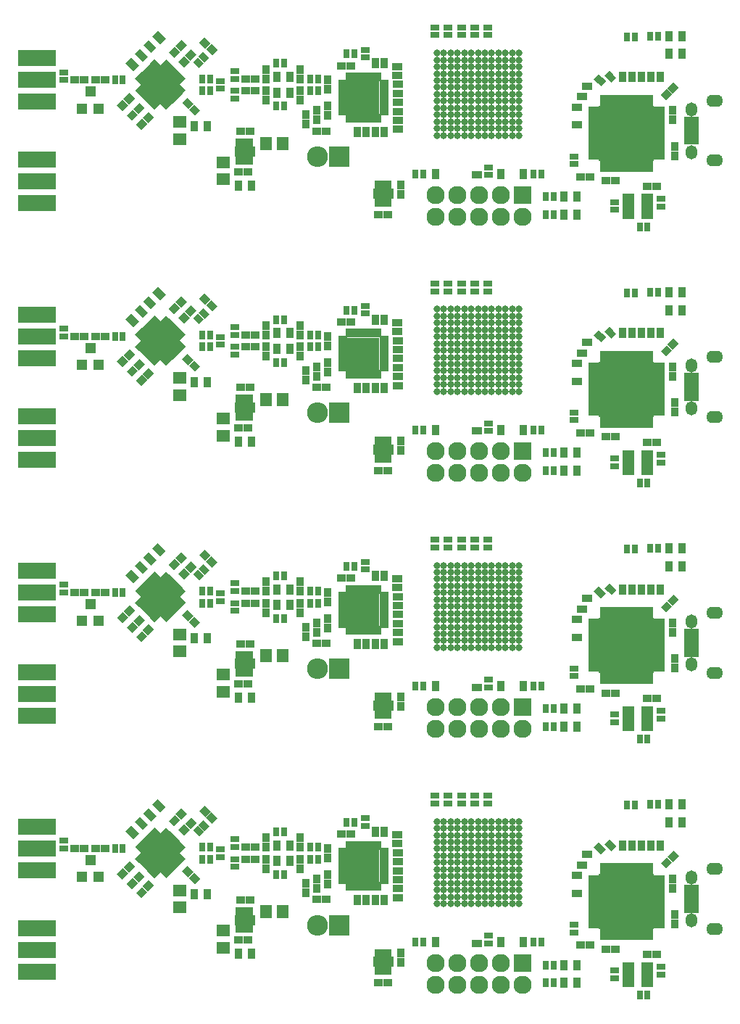
<source format=gbr>
G04 #@! TF.FileFunction,Soldermask,Top*
%FSLAX46Y46*%
G04 Gerber Fmt 4.6, Leading zero omitted, Abs format (unit mm)*
G04 Created by KiCad (PCBNEW 4.0.4-stable) date Sun Dec  4 22:44:25 2016*
%MOMM*%
%LPD*%
G01*
G04 APERTURE LIST*
%ADD10C,0.050000*%
%ADD11R,1.000000X0.900000*%
%ADD12R,0.900000X1.000000*%
%ADD13R,0.800000X1.000000*%
%ADD14R,2.400000X1.300000*%
%ADD15R,0.830000X0.680000*%
%ADD16R,1.100000X0.650000*%
%ADD17R,0.650000X1.100000*%
%ADD18R,2.125000X2.125000*%
%ADD19R,0.680000X0.830000*%
%ADD20R,1.000000X0.800000*%
%ADD21R,0.900000X1.300000*%
%ADD22R,1.400000X1.650000*%
%ADD23R,2.432000X2.432000*%
%ADD24O,2.432000X2.432000*%
%ADD25R,1.650000X1.400000*%
%ADD26R,2.127200X2.127200*%
%ADD27O,2.127200X2.127200*%
%ADD28R,1.460000X1.050000*%
%ADD29R,1.750000X0.800000*%
%ADD30O,1.350000X1.650000*%
%ADD31O,1.950000X1.400000*%
%ADD32R,6.400000X6.400000*%
%ADD33R,1.400000X0.700000*%
%ADD34R,0.700000X1.400000*%
%ADD35O,0.800000X0.800000*%
%ADD36R,1.200100X1.200100*%
%ADD37R,4.464000X1.924000*%
G04 APERTURE END LIST*
D10*
D11*
X40800000Y-92950000D03*
X41900000Y-92950000D03*
D12*
X59750000Y-94450000D03*
X59750000Y-95550000D03*
D13*
X58300000Y-94500000D03*
X57000000Y-94500000D03*
X57650000Y-94500000D03*
X57000000Y-96500000D03*
X57650000Y-96500000D03*
X58300000Y-96500000D03*
D14*
X57700000Y-95500000D03*
D11*
X57100000Y-97950000D03*
X58200000Y-97950000D03*
D15*
X57800000Y-118455000D03*
X57800000Y-117945000D03*
X56750000Y-118455000D03*
X56750000Y-117945000D03*
X55700000Y-118455000D03*
X55700000Y-117945000D03*
X54650000Y-118455000D03*
X54650000Y-117945000D03*
D16*
X52950000Y-112450000D03*
X52950000Y-112950000D03*
X52950000Y-113450000D03*
X52950000Y-113950000D03*
X52950000Y-114450000D03*
X52950000Y-114950000D03*
X52950000Y-115450000D03*
X52950000Y-115950000D03*
D17*
X53600000Y-116600000D03*
X54100000Y-116600000D03*
X54600000Y-116600000D03*
X55100000Y-116600000D03*
X55600000Y-116600000D03*
X56100000Y-116600000D03*
X56600000Y-116600000D03*
X57100000Y-116600000D03*
D16*
X57750000Y-115950000D03*
X57750000Y-115450000D03*
X57750000Y-114950000D03*
X57750000Y-114450000D03*
X57750000Y-113950000D03*
X57750000Y-113450000D03*
X57750000Y-112950000D03*
X57750000Y-112450000D03*
D17*
X57100000Y-111800000D03*
X56600000Y-111800000D03*
X56100000Y-111800000D03*
X55600000Y-111800000D03*
X55100000Y-111800000D03*
X54600000Y-111800000D03*
X54100000Y-111800000D03*
X53600000Y-111800000D03*
D18*
X56212500Y-115062500D03*
X56212500Y-113337500D03*
X54487500Y-115062500D03*
X54487500Y-113337500D03*
D19*
X59605000Y-113700000D03*
X59095000Y-113700000D03*
X59605000Y-112650000D03*
X59095000Y-112650000D03*
X59600000Y-110550000D03*
X59090000Y-110550000D03*
X59600000Y-111600000D03*
X59090000Y-111600000D03*
D12*
X48000000Y-113400000D03*
X48000000Y-114500000D03*
X51200000Y-115200000D03*
X51200000Y-116300000D03*
X49900000Y-115700000D03*
X49900000Y-116800000D03*
X48600000Y-116200000D03*
X48600000Y-117300000D03*
D11*
X49900000Y-118100000D03*
X51000000Y-118100000D03*
D19*
X59605000Y-114750000D03*
X59095000Y-114750000D03*
X59605000Y-116850000D03*
X59095000Y-116850000D03*
X59605000Y-115800000D03*
X59095000Y-115800000D03*
X59605000Y-117900000D03*
X59095000Y-117900000D03*
D20*
X55550000Y-109500000D03*
X55550000Y-108600000D03*
D15*
X56750000Y-109945000D03*
X56750000Y-110455000D03*
X57800000Y-109945000D03*
X57800000Y-110455000D03*
D13*
X53400000Y-109100000D03*
X54300000Y-109100000D03*
X58300000Y-124400000D03*
X57000000Y-124400000D03*
X57650000Y-124400000D03*
X57000000Y-126400000D03*
X57650000Y-126400000D03*
X58300000Y-126400000D03*
D14*
X57700000Y-125400000D03*
D11*
X57100000Y-127850000D03*
X58200000Y-127850000D03*
D12*
X59750000Y-124350000D03*
X59750000Y-125450000D03*
D21*
X42300000Y-124450000D03*
X40800000Y-124450000D03*
D22*
X43950000Y-119550000D03*
X45950000Y-119550000D03*
D11*
X42150000Y-118150000D03*
X41050000Y-118150000D03*
X40800000Y-122850000D03*
X41900000Y-122850000D03*
D13*
X42100000Y-119500000D03*
X40800000Y-119500000D03*
X41450000Y-119500000D03*
X40800000Y-121500000D03*
X41450000Y-121500000D03*
X42100000Y-121500000D03*
D14*
X41500000Y-120500000D03*
D23*
X52550000Y-121100000D03*
D24*
X50010000Y-121100000D03*
D25*
X39000000Y-121750000D03*
X39000000Y-123750000D03*
D12*
X44000000Y-113400000D03*
X44000000Y-114500000D03*
D13*
X46100000Y-115200000D03*
X45200000Y-115200000D03*
D21*
X45250000Y-113600000D03*
X46750000Y-113600000D03*
X46750000Y-111800000D03*
X45250000Y-111800000D03*
D13*
X46100000Y-110200000D03*
X45200000Y-110200000D03*
D12*
X44000000Y-110900000D03*
X44000000Y-112000000D03*
D20*
X40300000Y-111100000D03*
X40300000Y-112000000D03*
X40300000Y-113400000D03*
X40300000Y-114300000D03*
D10*
G36*
X38310660Y-108624264D02*
X37674264Y-109260660D01*
X36967158Y-108553554D01*
X37603554Y-107917158D01*
X38310660Y-108624264D01*
X38310660Y-108624264D01*
G37*
G36*
X37532842Y-107846446D02*
X36896446Y-108482842D01*
X36189340Y-107775736D01*
X36825736Y-107139340D01*
X37532842Y-107846446D01*
X37532842Y-107846446D01*
G37*
D11*
X42700000Y-113400000D03*
X41600000Y-113400000D03*
X42700000Y-112000000D03*
X41600000Y-112000000D03*
D21*
X42300000Y-94550000D03*
X40800000Y-94550000D03*
D23*
X52550000Y-91200000D03*
D24*
X50010000Y-91200000D03*
D12*
X48000000Y-110900000D03*
X48000000Y-112000000D03*
D13*
X50050000Y-113400000D03*
X49150000Y-113400000D03*
D11*
X53925000Y-110500000D03*
X52825000Y-110500000D03*
D12*
X51200000Y-112150000D03*
X51200000Y-113250000D03*
D13*
X50050000Y-112000000D03*
X49150000Y-112000000D03*
D26*
X73980000Y-95660000D03*
D27*
X73980000Y-98200000D03*
X71440000Y-95660000D03*
X71440000Y-98200000D03*
X68900000Y-95660000D03*
X68900000Y-98200000D03*
X66360000Y-95660000D03*
X66360000Y-98200000D03*
X63820000Y-95660000D03*
X63820000Y-98200000D03*
D15*
X71400000Y-92945000D03*
X71400000Y-93455000D03*
D13*
X77600000Y-95850000D03*
X76700000Y-95850000D03*
X75250000Y-93200000D03*
X76150000Y-93200000D03*
X77600000Y-97950000D03*
X76700000Y-97950000D03*
D15*
X74000000Y-92945000D03*
X74000000Y-93455000D03*
D20*
X66800000Y-106000000D03*
X66800000Y-106900000D03*
X68350000Y-106000000D03*
X68350000Y-106900000D03*
X65250000Y-106900000D03*
X65250000Y-106000000D03*
X69900000Y-106000000D03*
X69900000Y-106900000D03*
X63700000Y-106000000D03*
X63700000Y-106900000D03*
D19*
X68345000Y-93325000D03*
X68855000Y-93325000D03*
D20*
X69950000Y-93325000D03*
X69950000Y-92425000D03*
D13*
X62350000Y-93200000D03*
X61450000Y-93200000D03*
D15*
X63800000Y-92945000D03*
X63800000Y-93455000D03*
D28*
X86350000Y-125950000D03*
X86350000Y-126900000D03*
X86350000Y-127850000D03*
X88550000Y-127850000D03*
X88550000Y-125950000D03*
X88550000Y-126900000D03*
D11*
X88550000Y-124550000D03*
X89650000Y-124550000D03*
D20*
X90100000Y-126000000D03*
X90100000Y-126900000D03*
D13*
X87650000Y-129300000D03*
X88550000Y-129300000D03*
D15*
X86700000Y-111545000D03*
X86700000Y-112055000D03*
X87800000Y-111545000D03*
X87800000Y-112055000D03*
X88900000Y-111545000D03*
X88900000Y-112055000D03*
D13*
X87050000Y-107100000D03*
X86150000Y-107100000D03*
D15*
X90000000Y-111545000D03*
X90000000Y-112055000D03*
D29*
X93650000Y-119350000D03*
X93650000Y-118700000D03*
X93650000Y-118050000D03*
X93650000Y-117400000D03*
X93650000Y-116750000D03*
D30*
X93650000Y-120550000D03*
X93650000Y-115550000D03*
D31*
X96350000Y-121550000D03*
X96350000Y-114550000D03*
D12*
X91750000Y-121000000D03*
X91750000Y-119900000D03*
X91500000Y-116800000D03*
X91500000Y-115700000D03*
D10*
G36*
X90725736Y-114510660D02*
X90089340Y-113874264D01*
X90796446Y-113167158D01*
X91432842Y-113803554D01*
X90725736Y-114510660D01*
X90725736Y-114510660D01*
G37*
G36*
X91503554Y-113732842D02*
X90867158Y-113096446D01*
X91574264Y-112389340D01*
X92210660Y-113025736D01*
X91503554Y-113732842D01*
X91503554Y-113732842D01*
G37*
D19*
X80045000Y-117400000D03*
X80555000Y-117400000D03*
X80645000Y-114100000D03*
X81155000Y-114100000D03*
D32*
X86100000Y-118350000D03*
D33*
X89900000Y-121100000D03*
X89900000Y-120600000D03*
X89900000Y-120100000D03*
X89900000Y-119600000D03*
X89900000Y-119100000D03*
X89900000Y-118600000D03*
X89900000Y-118100000D03*
X89900000Y-117600000D03*
X89900000Y-117100000D03*
X89900000Y-116600000D03*
X89900000Y-116100000D03*
X89900000Y-115600000D03*
D34*
X88850000Y-114550000D03*
X88350000Y-114550000D03*
X87850000Y-114550000D03*
X87350000Y-114550000D03*
X86850000Y-114550000D03*
X86350000Y-114550000D03*
X85850000Y-114550000D03*
X85350000Y-114550000D03*
X84850000Y-114550000D03*
X84350000Y-114550000D03*
X83850000Y-114550000D03*
X83350000Y-114550000D03*
D33*
X82300000Y-115600000D03*
X82300000Y-116100000D03*
X82300000Y-116600000D03*
X82300000Y-117100000D03*
X82300000Y-117600000D03*
X82300000Y-118100000D03*
X82300000Y-118600000D03*
X82300000Y-119100000D03*
X82300000Y-119600000D03*
X82300000Y-120100000D03*
X82300000Y-120600000D03*
X82300000Y-121100000D03*
D34*
X83350000Y-122150000D03*
X83850000Y-122150000D03*
X84350000Y-122150000D03*
X84850000Y-122150000D03*
X85350000Y-122150000D03*
X85850000Y-122150000D03*
X86350000Y-122150000D03*
X86850000Y-122150000D03*
X87350000Y-122150000D03*
X87850000Y-122150000D03*
X88350000Y-122150000D03*
X88850000Y-122150000D03*
D19*
X80045000Y-115300000D03*
X80555000Y-115300000D03*
D20*
X79950000Y-121050000D03*
X79950000Y-121950000D03*
D10*
G36*
X82285822Y-112022721D02*
X82872721Y-111435822D01*
X83353554Y-111916655D01*
X82766655Y-112503554D01*
X82285822Y-112022721D01*
X82285822Y-112022721D01*
G37*
G36*
X82646446Y-112383345D02*
X83233345Y-111796446D01*
X83714178Y-112277279D01*
X83127279Y-112864178D01*
X82646446Y-112383345D01*
X82646446Y-112383345D01*
G37*
D19*
X81200000Y-112850000D03*
X81710000Y-112850000D03*
D10*
G36*
X83485822Y-111622721D02*
X84072721Y-111035822D01*
X84553554Y-111516655D01*
X83966655Y-112103554D01*
X83485822Y-111622721D01*
X83485822Y-111622721D01*
G37*
G36*
X83846446Y-111983345D02*
X84433345Y-111396446D01*
X84914178Y-111877279D01*
X84327279Y-112464178D01*
X83846446Y-111983345D01*
X83846446Y-111983345D01*
G37*
D15*
X85600000Y-111545000D03*
X85600000Y-112055000D03*
D21*
X92550000Y-109100000D03*
X91050000Y-109100000D03*
D13*
X89750000Y-107000000D03*
X88850000Y-107000000D03*
D21*
X92550000Y-107000000D03*
X91050000Y-107000000D03*
X78800000Y-127850000D03*
X80300000Y-127850000D03*
X78800000Y-125750000D03*
X80300000Y-125750000D03*
D13*
X77600000Y-127850000D03*
X76700000Y-127850000D03*
X77600000Y-125750000D03*
X76700000Y-125750000D03*
D11*
X84750000Y-123900000D03*
X83650000Y-123900000D03*
X81800000Y-123450000D03*
X80700000Y-123450000D03*
D20*
X84700000Y-127300000D03*
X84700000Y-126400000D03*
D35*
X63950000Y-109000000D03*
X63950000Y-109800000D03*
X63950000Y-110600000D03*
X63950000Y-111400000D03*
X63950000Y-112200000D03*
X63950000Y-113000000D03*
X63950000Y-113800000D03*
X63950000Y-114600000D03*
X63950000Y-115400000D03*
X63950000Y-116200000D03*
X63950000Y-117000000D03*
X63950000Y-117800000D03*
X63950000Y-118600000D03*
X64750000Y-109000000D03*
X64750000Y-109800000D03*
X64750000Y-110600000D03*
X64750000Y-111400000D03*
X64750000Y-112200000D03*
X64750000Y-113000000D03*
X64750000Y-113800000D03*
X64750000Y-114600000D03*
X64750000Y-115400000D03*
X64750000Y-116200000D03*
X64750000Y-117000000D03*
X64750000Y-117800000D03*
X64750000Y-118600000D03*
X65550000Y-109000000D03*
X65550000Y-109800000D03*
X65550000Y-110600000D03*
X65550000Y-111400000D03*
X65550000Y-112200000D03*
X65550000Y-113000000D03*
X65550000Y-113800000D03*
X65550000Y-114600000D03*
X65550000Y-115400000D03*
X65550000Y-116200000D03*
X65550000Y-117000000D03*
X65550000Y-117800000D03*
X65550000Y-118600000D03*
X66350000Y-109000000D03*
X66350000Y-109800000D03*
X66350000Y-110600000D03*
X66350000Y-111400000D03*
X66350000Y-112200000D03*
X66350000Y-113000000D03*
X66350000Y-113800000D03*
X66350000Y-114600000D03*
X66350000Y-115400000D03*
X66350000Y-116200000D03*
X66350000Y-117000000D03*
X66350000Y-117800000D03*
X66350000Y-118600000D03*
X67150000Y-109000000D03*
X67150000Y-109800000D03*
X67150000Y-110600000D03*
X67150000Y-111400000D03*
X67150000Y-112200000D03*
X67150000Y-113000000D03*
X67150000Y-113800000D03*
X67150000Y-114600000D03*
X67150000Y-115400000D03*
X67150000Y-116200000D03*
X67150000Y-117000000D03*
X67150000Y-117800000D03*
X67150000Y-118600000D03*
X67950000Y-109000000D03*
X67950000Y-109800000D03*
X67950000Y-110600000D03*
X67950000Y-111400000D03*
X67950000Y-112200000D03*
X67950000Y-113000000D03*
X67950000Y-113800000D03*
X67950000Y-114600000D03*
X67950000Y-115400000D03*
X67950000Y-116200000D03*
X67950000Y-117000000D03*
X67950000Y-117800000D03*
X67950000Y-118600000D03*
X68750000Y-109000000D03*
X68750000Y-109800000D03*
X68750000Y-110600000D03*
X68750000Y-111400000D03*
X68750000Y-112200000D03*
X68750000Y-113000000D03*
X68750000Y-113800000D03*
X68750000Y-114600000D03*
X68750000Y-115400000D03*
X68750000Y-116200000D03*
X68750000Y-117000000D03*
X68750000Y-117800000D03*
X68750000Y-118600000D03*
X69550000Y-109000000D03*
X69550000Y-109800000D03*
X69550000Y-110600000D03*
X69550000Y-111400000D03*
X69550000Y-112200000D03*
X69550000Y-113000000D03*
X69550000Y-113800000D03*
X69550000Y-114600000D03*
X69550000Y-115400000D03*
X69550000Y-116200000D03*
X69550000Y-117000000D03*
X69550000Y-117800000D03*
X69550000Y-118600000D03*
X70350000Y-109000000D03*
X70350000Y-109800000D03*
X70350000Y-110600000D03*
X70350000Y-111400000D03*
X70350000Y-112200000D03*
X70350000Y-113000000D03*
X70350000Y-113800000D03*
X70350000Y-114600000D03*
X70350000Y-115400000D03*
X70350000Y-116200000D03*
X70350000Y-117000000D03*
X70350000Y-117800000D03*
X70350000Y-118600000D03*
X71150000Y-109000000D03*
X71150000Y-109800000D03*
X71150000Y-110600000D03*
X71150000Y-111400000D03*
X71150000Y-112200000D03*
X71150000Y-113000000D03*
X71150000Y-113800000D03*
X71150000Y-114600000D03*
X71150000Y-115400000D03*
X71150000Y-116200000D03*
X71150000Y-117000000D03*
X71150000Y-117800000D03*
X71150000Y-118600000D03*
X71950000Y-109000000D03*
X71950000Y-109800000D03*
X71950000Y-110600000D03*
X71950000Y-111400000D03*
X71950000Y-112200000D03*
X71950000Y-113000000D03*
X71950000Y-113800000D03*
X71950000Y-114600000D03*
X71950000Y-115400000D03*
X71950000Y-116200000D03*
X71950000Y-117000000D03*
X71950000Y-117800000D03*
X71950000Y-118600000D03*
X72750000Y-109000000D03*
X72750000Y-109800000D03*
X72750000Y-110600000D03*
X72750000Y-111400000D03*
X72750000Y-112200000D03*
X72750000Y-113000000D03*
X72750000Y-113800000D03*
X72750000Y-114600000D03*
X72750000Y-115400000D03*
X72750000Y-116200000D03*
X72750000Y-117000000D03*
X72750000Y-117800000D03*
X72750000Y-118600000D03*
X73550000Y-109000000D03*
X73550000Y-109800000D03*
X73550000Y-110600000D03*
X73550000Y-111400000D03*
X73550000Y-112200000D03*
X73550000Y-113000000D03*
X73550000Y-113800000D03*
X73550000Y-114600000D03*
X73550000Y-115400000D03*
X73550000Y-116200000D03*
X73550000Y-117000000D03*
X73550000Y-117800000D03*
X73550000Y-118600000D03*
D20*
X69950000Y-123225000D03*
X69950000Y-122325000D03*
D13*
X75250000Y-123100000D03*
X76150000Y-123100000D03*
D15*
X74000000Y-122845000D03*
X74000000Y-123355000D03*
X71400000Y-122845000D03*
X71400000Y-123355000D03*
D26*
X73980000Y-125560000D03*
D27*
X73980000Y-128100000D03*
X71440000Y-125560000D03*
X71440000Y-128100000D03*
X68900000Y-125560000D03*
X68900000Y-128100000D03*
X66360000Y-125560000D03*
X66360000Y-128100000D03*
X63820000Y-125560000D03*
X63820000Y-128100000D03*
D15*
X63800000Y-122845000D03*
X63800000Y-123355000D03*
D19*
X68345000Y-123225000D03*
X68855000Y-123225000D03*
D13*
X62350000Y-123100000D03*
X61450000Y-123100000D03*
D15*
X55700000Y-88555000D03*
X55700000Y-88045000D03*
X54650000Y-88555000D03*
X54650000Y-88045000D03*
X56750000Y-88555000D03*
X56750000Y-88045000D03*
D16*
X52950000Y-82550000D03*
X52950000Y-83050000D03*
X52950000Y-83550000D03*
X52950000Y-84050000D03*
X52950000Y-84550000D03*
X52950000Y-85050000D03*
X52950000Y-85550000D03*
X52950000Y-86050000D03*
D17*
X53600000Y-86700000D03*
X54100000Y-86700000D03*
X54600000Y-86700000D03*
X55100000Y-86700000D03*
X55600000Y-86700000D03*
X56100000Y-86700000D03*
X56600000Y-86700000D03*
X57100000Y-86700000D03*
D16*
X57750000Y-86050000D03*
X57750000Y-85550000D03*
X57750000Y-85050000D03*
X57750000Y-84550000D03*
X57750000Y-84050000D03*
X57750000Y-83550000D03*
X57750000Y-83050000D03*
X57750000Y-82550000D03*
D17*
X57100000Y-81900000D03*
X56600000Y-81900000D03*
X56100000Y-81900000D03*
X55600000Y-81900000D03*
X55100000Y-81900000D03*
X54600000Y-81900000D03*
X54100000Y-81900000D03*
X53600000Y-81900000D03*
D18*
X56212500Y-85162500D03*
X56212500Y-83437500D03*
X54487500Y-85162500D03*
X54487500Y-83437500D03*
D15*
X57800000Y-88555000D03*
X57800000Y-88045000D03*
D19*
X59600000Y-81700000D03*
X59090000Y-81700000D03*
X59605000Y-82750000D03*
X59095000Y-82750000D03*
D15*
X57800000Y-80045000D03*
X57800000Y-80555000D03*
D19*
X59600000Y-80650000D03*
X59090000Y-80650000D03*
X59605000Y-83800000D03*
X59095000Y-83800000D03*
X59605000Y-88000000D03*
X59095000Y-88000000D03*
X59605000Y-86950000D03*
X59095000Y-86950000D03*
X59605000Y-84850000D03*
X59095000Y-84850000D03*
X59605000Y-85900000D03*
X59095000Y-85900000D03*
D20*
X55550000Y-79600000D03*
X55550000Y-78700000D03*
D15*
X56750000Y-80045000D03*
X56750000Y-80555000D03*
D13*
X53400000Y-79200000D03*
X54300000Y-79200000D03*
D11*
X53925000Y-80600000D03*
X52825000Y-80600000D03*
D35*
X63950000Y-79100000D03*
X63950000Y-79900000D03*
X63950000Y-80700000D03*
X63950000Y-81500000D03*
X63950000Y-82300000D03*
X63950000Y-83100000D03*
X63950000Y-83900000D03*
X63950000Y-84700000D03*
X63950000Y-85500000D03*
X63950000Y-86300000D03*
X63950000Y-87100000D03*
X63950000Y-87900000D03*
X63950000Y-88700000D03*
X64750000Y-79100000D03*
X64750000Y-79900000D03*
X64750000Y-80700000D03*
X64750000Y-81500000D03*
X64750000Y-82300000D03*
X64750000Y-83100000D03*
X64750000Y-83900000D03*
X64750000Y-84700000D03*
X64750000Y-85500000D03*
X64750000Y-86300000D03*
X64750000Y-87100000D03*
X64750000Y-87900000D03*
X64750000Y-88700000D03*
X65550000Y-79100000D03*
X65550000Y-79900000D03*
X65550000Y-80700000D03*
X65550000Y-81500000D03*
X65550000Y-82300000D03*
X65550000Y-83100000D03*
X65550000Y-83900000D03*
X65550000Y-84700000D03*
X65550000Y-85500000D03*
X65550000Y-86300000D03*
X65550000Y-87100000D03*
X65550000Y-87900000D03*
X65550000Y-88700000D03*
X66350000Y-79100000D03*
X66350000Y-79900000D03*
X66350000Y-80700000D03*
X66350000Y-81500000D03*
X66350000Y-82300000D03*
X66350000Y-83100000D03*
X66350000Y-83900000D03*
X66350000Y-84700000D03*
X66350000Y-85500000D03*
X66350000Y-86300000D03*
X66350000Y-87100000D03*
X66350000Y-87900000D03*
X66350000Y-88700000D03*
X67150000Y-79100000D03*
X67150000Y-79900000D03*
X67150000Y-80700000D03*
X67150000Y-81500000D03*
X67150000Y-82300000D03*
X67150000Y-83100000D03*
X67150000Y-83900000D03*
X67150000Y-84700000D03*
X67150000Y-85500000D03*
X67150000Y-86300000D03*
X67150000Y-87100000D03*
X67150000Y-87900000D03*
X67150000Y-88700000D03*
X67950000Y-79100000D03*
X67950000Y-79900000D03*
X67950000Y-80700000D03*
X67950000Y-81500000D03*
X67950000Y-82300000D03*
X67950000Y-83100000D03*
X67950000Y-83900000D03*
X67950000Y-84700000D03*
X67950000Y-85500000D03*
X67950000Y-86300000D03*
X67950000Y-87100000D03*
X67950000Y-87900000D03*
X67950000Y-88700000D03*
X68750000Y-79100000D03*
X68750000Y-79900000D03*
X68750000Y-80700000D03*
X68750000Y-81500000D03*
X68750000Y-82300000D03*
X68750000Y-83100000D03*
X68750000Y-83900000D03*
X68750000Y-84700000D03*
X68750000Y-85500000D03*
X68750000Y-86300000D03*
X68750000Y-87100000D03*
X68750000Y-87900000D03*
X68750000Y-88700000D03*
X69550000Y-79100000D03*
X69550000Y-79900000D03*
X69550000Y-80700000D03*
X69550000Y-81500000D03*
X69550000Y-82300000D03*
X69550000Y-83100000D03*
X69550000Y-83900000D03*
X69550000Y-84700000D03*
X69550000Y-85500000D03*
X69550000Y-86300000D03*
X69550000Y-87100000D03*
X69550000Y-87900000D03*
X69550000Y-88700000D03*
X70350000Y-79100000D03*
X70350000Y-79900000D03*
X70350000Y-80700000D03*
X70350000Y-81500000D03*
X70350000Y-82300000D03*
X70350000Y-83100000D03*
X70350000Y-83900000D03*
X70350000Y-84700000D03*
X70350000Y-85500000D03*
X70350000Y-86300000D03*
X70350000Y-87100000D03*
X70350000Y-87900000D03*
X70350000Y-88700000D03*
X71150000Y-79100000D03*
X71150000Y-79900000D03*
X71150000Y-80700000D03*
X71150000Y-81500000D03*
X71150000Y-82300000D03*
X71150000Y-83100000D03*
X71150000Y-83900000D03*
X71150000Y-84700000D03*
X71150000Y-85500000D03*
X71150000Y-86300000D03*
X71150000Y-87100000D03*
X71150000Y-87900000D03*
X71150000Y-88700000D03*
X71950000Y-79100000D03*
X71950000Y-79900000D03*
X71950000Y-80700000D03*
X71950000Y-81500000D03*
X71950000Y-82300000D03*
X71950000Y-83100000D03*
X71950000Y-83900000D03*
X71950000Y-84700000D03*
X71950000Y-85500000D03*
X71950000Y-86300000D03*
X71950000Y-87100000D03*
X71950000Y-87900000D03*
X71950000Y-88700000D03*
X72750000Y-79100000D03*
X72750000Y-79900000D03*
X72750000Y-80700000D03*
X72750000Y-81500000D03*
X72750000Y-82300000D03*
X72750000Y-83100000D03*
X72750000Y-83900000D03*
X72750000Y-84700000D03*
X72750000Y-85500000D03*
X72750000Y-86300000D03*
X72750000Y-87100000D03*
X72750000Y-87900000D03*
X72750000Y-88700000D03*
X73550000Y-79100000D03*
X73550000Y-79900000D03*
X73550000Y-80700000D03*
X73550000Y-81500000D03*
X73550000Y-82300000D03*
X73550000Y-83100000D03*
X73550000Y-83900000D03*
X73550000Y-84700000D03*
X73550000Y-85500000D03*
X73550000Y-86300000D03*
X73550000Y-87100000D03*
X73550000Y-87900000D03*
X73550000Y-88700000D03*
D20*
X68350000Y-76100000D03*
X68350000Y-77000000D03*
X65250000Y-77000000D03*
X65250000Y-76100000D03*
X66800000Y-76100000D03*
X66800000Y-77000000D03*
X69900000Y-76100000D03*
X69900000Y-77000000D03*
X63700000Y-76100000D03*
X63700000Y-77000000D03*
D21*
X78800000Y-95850000D03*
X80300000Y-95850000D03*
X78800000Y-97950000D03*
X80300000Y-97950000D03*
D11*
X81800000Y-93550000D03*
X80700000Y-93550000D03*
D29*
X93650000Y-89450000D03*
X93650000Y-88800000D03*
X93650000Y-88150000D03*
X93650000Y-87500000D03*
X93650000Y-86850000D03*
D30*
X93650000Y-90650000D03*
X93650000Y-85650000D03*
D31*
X96350000Y-91650000D03*
X96350000Y-84650000D03*
D12*
X91500000Y-86900000D03*
X91500000Y-85800000D03*
D10*
G36*
X90725736Y-84610660D02*
X90089340Y-83974264D01*
X90796446Y-83267158D01*
X91432842Y-83903554D01*
X90725736Y-84610660D01*
X90725736Y-84610660D01*
G37*
G36*
X91503554Y-83832842D02*
X90867158Y-83196446D01*
X91574264Y-82489340D01*
X92210660Y-83125736D01*
X91503554Y-83832842D01*
X91503554Y-83832842D01*
G37*
D12*
X91750000Y-91100000D03*
X91750000Y-90000000D03*
D11*
X84750000Y-94000000D03*
X83650000Y-94000000D03*
D20*
X84700000Y-97400000D03*
X84700000Y-96500000D03*
D11*
X88550000Y-94650000D03*
X89650000Y-94650000D03*
D13*
X87650000Y-99400000D03*
X88550000Y-99400000D03*
D28*
X86350000Y-96050000D03*
X86350000Y-97000000D03*
X86350000Y-97950000D03*
X88550000Y-97950000D03*
X88550000Y-96050000D03*
X88550000Y-97000000D03*
D20*
X90100000Y-96100000D03*
X90100000Y-97000000D03*
D21*
X92550000Y-79200000D03*
X91050000Y-79200000D03*
D13*
X89750000Y-77100000D03*
X88850000Y-77100000D03*
D21*
X92550000Y-77100000D03*
X91050000Y-77100000D03*
D10*
G36*
X83485822Y-81722721D02*
X84072721Y-81135822D01*
X84553554Y-81616655D01*
X83966655Y-82203554D01*
X83485822Y-81722721D01*
X83485822Y-81722721D01*
G37*
G36*
X83846446Y-82083345D02*
X84433345Y-81496446D01*
X84914178Y-81977279D01*
X84327279Y-82564178D01*
X83846446Y-82083345D01*
X83846446Y-82083345D01*
G37*
D13*
X87050000Y-77200000D03*
X86150000Y-77200000D03*
D15*
X85600000Y-81645000D03*
X85600000Y-82155000D03*
X86700000Y-81645000D03*
X86700000Y-82155000D03*
D19*
X81200000Y-82950000D03*
X81710000Y-82950000D03*
X80645000Y-84200000D03*
X81155000Y-84200000D03*
X80045000Y-85400000D03*
X80555000Y-85400000D03*
X80045000Y-87500000D03*
X80555000Y-87500000D03*
D20*
X79950000Y-91150000D03*
X79950000Y-92050000D03*
D15*
X90000000Y-81645000D03*
X90000000Y-82155000D03*
D32*
X86100000Y-88450000D03*
D33*
X89900000Y-91200000D03*
X89900000Y-90700000D03*
X89900000Y-90200000D03*
X89900000Y-89700000D03*
X89900000Y-89200000D03*
X89900000Y-88700000D03*
X89900000Y-88200000D03*
X89900000Y-87700000D03*
X89900000Y-87200000D03*
X89900000Y-86700000D03*
X89900000Y-86200000D03*
X89900000Y-85700000D03*
D34*
X88850000Y-84650000D03*
X88350000Y-84650000D03*
X87850000Y-84650000D03*
X87350000Y-84650000D03*
X86850000Y-84650000D03*
X86350000Y-84650000D03*
X85850000Y-84650000D03*
X85350000Y-84650000D03*
X84850000Y-84650000D03*
X84350000Y-84650000D03*
X83850000Y-84650000D03*
X83350000Y-84650000D03*
D33*
X82300000Y-85700000D03*
X82300000Y-86200000D03*
X82300000Y-86700000D03*
X82300000Y-87200000D03*
X82300000Y-87700000D03*
X82300000Y-88200000D03*
X82300000Y-88700000D03*
X82300000Y-89200000D03*
X82300000Y-89700000D03*
X82300000Y-90200000D03*
X82300000Y-90700000D03*
X82300000Y-91200000D03*
D34*
X83350000Y-92250000D03*
X83850000Y-92250000D03*
X84350000Y-92250000D03*
X84850000Y-92250000D03*
X85350000Y-92250000D03*
X85850000Y-92250000D03*
X86350000Y-92250000D03*
X86850000Y-92250000D03*
X87350000Y-92250000D03*
X87850000Y-92250000D03*
X88350000Y-92250000D03*
X88850000Y-92250000D03*
D10*
G36*
X82285822Y-82122721D02*
X82872721Y-81535822D01*
X83353554Y-82016655D01*
X82766655Y-82603554D01*
X82285822Y-82122721D01*
X82285822Y-82122721D01*
G37*
G36*
X82646446Y-82483345D02*
X83233345Y-81896446D01*
X83714178Y-82377279D01*
X83127279Y-82964178D01*
X82646446Y-82483345D01*
X82646446Y-82483345D01*
G37*
D15*
X88900000Y-81645000D03*
X88900000Y-82155000D03*
X87800000Y-81645000D03*
X87800000Y-82155000D03*
D20*
X40300000Y-83500000D03*
X40300000Y-84400000D03*
D10*
G36*
X38310660Y-78724264D02*
X37674264Y-79360660D01*
X36967158Y-78653554D01*
X37603554Y-78017158D01*
X38310660Y-78724264D01*
X38310660Y-78724264D01*
G37*
G36*
X37532842Y-77946446D02*
X36896446Y-78582842D01*
X36189340Y-77875736D01*
X36825736Y-77239340D01*
X37532842Y-77946446D01*
X37532842Y-77946446D01*
G37*
D20*
X38650000Y-83250000D03*
X38650000Y-82350000D03*
X40300000Y-81200000D03*
X40300000Y-82100000D03*
D10*
G36*
X36152513Y-80854594D02*
X35445406Y-80147487D01*
X36011091Y-79581802D01*
X36718198Y-80288909D01*
X36152513Y-80854594D01*
X36152513Y-80854594D01*
G37*
G36*
X36788909Y-80218198D02*
X36081802Y-79511091D01*
X36647487Y-78945406D01*
X37354594Y-79652513D01*
X36788909Y-80218198D01*
X36788909Y-80218198D01*
G37*
D13*
X37450000Y-82100000D03*
X36550000Y-82100000D03*
D10*
G36*
X29288909Y-78541853D02*
X30208147Y-79461091D01*
X29571751Y-80097487D01*
X28652513Y-79178249D01*
X29288909Y-78541853D01*
X29288909Y-78541853D01*
G37*
G36*
X28228249Y-79602513D02*
X29147487Y-80521751D01*
X28511091Y-81158147D01*
X27591853Y-80238909D01*
X28228249Y-79602513D01*
X28228249Y-79602513D01*
G37*
G36*
X29174264Y-84889340D02*
X29810660Y-85525736D01*
X29103554Y-86232842D01*
X28467158Y-85596446D01*
X29174264Y-84889340D01*
X29174264Y-84889340D01*
G37*
G36*
X28396446Y-85667158D02*
X29032842Y-86303554D01*
X28325736Y-87010660D01*
X27689340Y-86374264D01*
X28396446Y-85667158D01*
X28396446Y-85667158D01*
G37*
G36*
X30274264Y-85939340D02*
X30910660Y-86575736D01*
X30203554Y-87282842D01*
X29567158Y-86646446D01*
X30274264Y-85939340D01*
X30274264Y-85939340D01*
G37*
G36*
X29496446Y-86717158D02*
X30132842Y-87353554D01*
X29425736Y-88060660D01*
X28789340Y-87424264D01*
X29496446Y-86717158D01*
X29496446Y-86717158D01*
G37*
G36*
X34375736Y-80760660D02*
X33739340Y-80124264D01*
X34446446Y-79417158D01*
X35082842Y-80053554D01*
X34375736Y-80760660D01*
X34375736Y-80760660D01*
G37*
G36*
X35153554Y-79982842D02*
X34517158Y-79346446D01*
X35224264Y-78639340D01*
X35860660Y-79275736D01*
X35153554Y-79982842D01*
X35153554Y-79982842D01*
G37*
G36*
X31338909Y-76491853D02*
X32258147Y-77411091D01*
X31621751Y-78047487D01*
X30702513Y-77128249D01*
X31338909Y-76491853D01*
X31338909Y-76491853D01*
G37*
G36*
X30278249Y-77552513D02*
X31197487Y-78471751D01*
X30561091Y-79108147D01*
X29641853Y-78188909D01*
X30278249Y-77552513D01*
X30278249Y-77552513D01*
G37*
G36*
X33264645Y-79671751D02*
X32628249Y-79035355D01*
X33335355Y-78328249D01*
X33971751Y-78964645D01*
X33264645Y-79671751D01*
X33264645Y-79671751D01*
G37*
G36*
X34042463Y-78893933D02*
X33406067Y-78257537D01*
X34113173Y-77550431D01*
X34749569Y-78186827D01*
X34042463Y-78893933D01*
X34042463Y-78893933D01*
G37*
G36*
X29180062Y-83939429D02*
X28685087Y-83444454D01*
X29568970Y-82560571D01*
X30063945Y-83055546D01*
X29180062Y-83939429D01*
X29180062Y-83939429D01*
G37*
G36*
X29533616Y-84292982D02*
X29038641Y-83798007D01*
X29922524Y-82914124D01*
X30417499Y-83409099D01*
X29533616Y-84292982D01*
X29533616Y-84292982D01*
G37*
G36*
X29887169Y-84646536D02*
X29392194Y-84151561D01*
X30276077Y-83267678D01*
X30771052Y-83762653D01*
X29887169Y-84646536D01*
X29887169Y-84646536D01*
G37*
G36*
X30240722Y-85000089D02*
X29745747Y-84505114D01*
X30629630Y-83621231D01*
X31124605Y-84116206D01*
X30240722Y-85000089D01*
X30240722Y-85000089D01*
G37*
G36*
X30594276Y-85353642D02*
X30099301Y-84858667D01*
X30983184Y-83974784D01*
X31478159Y-84469759D01*
X30594276Y-85353642D01*
X30594276Y-85353642D01*
G37*
G36*
X30947829Y-85707196D02*
X30452854Y-85212221D01*
X31336737Y-84328338D01*
X31831712Y-84823313D01*
X30947829Y-85707196D01*
X30947829Y-85707196D01*
G37*
G36*
X32821662Y-85212221D02*
X32326687Y-85707196D01*
X31442804Y-84823313D01*
X31937779Y-84328338D01*
X32821662Y-85212221D01*
X32821662Y-85212221D01*
G37*
G36*
X33175215Y-84858667D02*
X32680240Y-85353642D01*
X31796357Y-84469759D01*
X32291332Y-83974784D01*
X33175215Y-84858667D01*
X33175215Y-84858667D01*
G37*
G36*
X33528769Y-84505114D02*
X33033794Y-85000089D01*
X32149911Y-84116206D01*
X32644886Y-83621231D01*
X33528769Y-84505114D01*
X33528769Y-84505114D01*
G37*
G36*
X33882322Y-84151561D02*
X33387347Y-84646536D01*
X32503464Y-83762653D01*
X32998439Y-83267678D01*
X33882322Y-84151561D01*
X33882322Y-84151561D01*
G37*
G36*
X34235875Y-83798007D02*
X33740900Y-84292982D01*
X32857017Y-83409099D01*
X33351992Y-82914124D01*
X34235875Y-83798007D01*
X34235875Y-83798007D01*
G37*
G36*
X34589429Y-83444454D02*
X34094454Y-83939429D01*
X33210571Y-83055546D01*
X33705546Y-82560571D01*
X34589429Y-83444454D01*
X34589429Y-83444454D01*
G37*
G36*
X33705546Y-82949479D02*
X33210571Y-82454504D01*
X34094454Y-81570621D01*
X34589429Y-82065596D01*
X33705546Y-82949479D01*
X33705546Y-82949479D01*
G37*
G36*
X33351992Y-82595926D02*
X32857017Y-82100951D01*
X33740900Y-81217068D01*
X34235875Y-81712043D01*
X33351992Y-82595926D01*
X33351992Y-82595926D01*
G37*
G36*
X32998439Y-82242372D02*
X32503464Y-81747397D01*
X33387347Y-80863514D01*
X33882322Y-81358489D01*
X32998439Y-82242372D01*
X32998439Y-82242372D01*
G37*
G36*
X32644886Y-81888819D02*
X32149911Y-81393844D01*
X33033794Y-80509961D01*
X33528769Y-81004936D01*
X32644886Y-81888819D01*
X32644886Y-81888819D01*
G37*
G36*
X32291332Y-81535266D02*
X31796357Y-81040291D01*
X32680240Y-80156408D01*
X33175215Y-80651383D01*
X32291332Y-81535266D01*
X32291332Y-81535266D01*
G37*
G36*
X31937779Y-81181712D02*
X31442804Y-80686737D01*
X32326687Y-79802854D01*
X32821662Y-80297829D01*
X31937779Y-81181712D01*
X31937779Y-81181712D01*
G37*
G36*
X31831712Y-80686737D02*
X31336737Y-81181712D01*
X30452854Y-80297829D01*
X30947829Y-79802854D01*
X31831712Y-80686737D01*
X31831712Y-80686737D01*
G37*
G36*
X31478159Y-81040291D02*
X30983184Y-81535266D01*
X30099301Y-80651383D01*
X30594276Y-80156408D01*
X31478159Y-81040291D01*
X31478159Y-81040291D01*
G37*
G36*
X31124605Y-81393844D02*
X30629630Y-81888819D01*
X29745747Y-81004936D01*
X30240722Y-80509961D01*
X31124605Y-81393844D01*
X31124605Y-81393844D01*
G37*
G36*
X30771052Y-81747397D02*
X30276077Y-82242372D01*
X29392194Y-81358489D01*
X29887169Y-80863514D01*
X30771052Y-81747397D01*
X30771052Y-81747397D01*
G37*
G36*
X30417499Y-82100951D02*
X29922524Y-82595926D01*
X29038641Y-81712043D01*
X29533616Y-81217068D01*
X30417499Y-82100951D01*
X30417499Y-82100951D01*
G37*
G36*
X30063945Y-82454504D02*
X29568970Y-82949479D01*
X28685087Y-82065596D01*
X29180062Y-81570621D01*
X30063945Y-82454504D01*
X30063945Y-82454504D01*
G37*
G36*
X31637258Y-84876345D02*
X29515938Y-82755025D01*
X31637258Y-80633705D01*
X33758578Y-82755025D01*
X31637258Y-84876345D01*
X31637258Y-84876345D01*
G37*
G36*
X34189340Y-84925736D02*
X34825736Y-84289340D01*
X35532842Y-84996446D01*
X34896446Y-85632842D01*
X34189340Y-84925736D01*
X34189340Y-84925736D01*
G37*
G36*
X34967158Y-85703554D02*
X35603554Y-85067158D01*
X36310660Y-85774264D01*
X35674264Y-86410660D01*
X34967158Y-85703554D01*
X34967158Y-85703554D01*
G37*
D21*
X37100000Y-87600000D03*
X35600000Y-87600000D03*
D25*
X33900000Y-87150000D03*
X33900000Y-89150000D03*
D13*
X37450000Y-83500000D03*
X36550000Y-83500000D03*
D11*
X42150000Y-88250000D03*
X41050000Y-88250000D03*
D13*
X42100000Y-89600000D03*
X40800000Y-89600000D03*
X41450000Y-89600000D03*
X40800000Y-91600000D03*
X41450000Y-91600000D03*
X42100000Y-91600000D03*
D14*
X41500000Y-90600000D03*
D22*
X43950000Y-89650000D03*
X45950000Y-89650000D03*
D11*
X42700000Y-82100000D03*
X41600000Y-82100000D03*
D13*
X46100000Y-80300000D03*
X45200000Y-80300000D03*
D12*
X48000000Y-81000000D03*
X48000000Y-82100000D03*
D21*
X46750000Y-81900000D03*
X45250000Y-81900000D03*
D12*
X44000000Y-81000000D03*
X44000000Y-82100000D03*
X48000000Y-83500000D03*
X48000000Y-84600000D03*
D13*
X50050000Y-82100000D03*
X49150000Y-82100000D03*
D12*
X51200000Y-82250000D03*
X51200000Y-83350000D03*
D13*
X50050000Y-83500000D03*
X49150000Y-83500000D03*
D11*
X49900000Y-88200000D03*
X51000000Y-88200000D03*
D12*
X51200000Y-85300000D03*
X51200000Y-86400000D03*
X49900000Y-85800000D03*
X49900000Y-86900000D03*
X48600000Y-86300000D03*
X48600000Y-87400000D03*
D13*
X46100000Y-85300000D03*
X45200000Y-85300000D03*
D21*
X45250000Y-83700000D03*
X46750000Y-83700000D03*
D12*
X44000000Y-83500000D03*
X44000000Y-84600000D03*
D11*
X42700000Y-83500000D03*
X41600000Y-83500000D03*
D25*
X39000000Y-91850000D03*
X39000000Y-93850000D03*
D10*
G36*
X30274264Y-115839340D02*
X30910660Y-116475736D01*
X30203554Y-117182842D01*
X29567158Y-116546446D01*
X30274264Y-115839340D01*
X30274264Y-115839340D01*
G37*
G36*
X29496446Y-116617158D02*
X30132842Y-117253554D01*
X29425736Y-117960660D01*
X28789340Y-117324264D01*
X29496446Y-116617158D01*
X29496446Y-116617158D01*
G37*
G36*
X29180062Y-113839429D02*
X28685087Y-113344454D01*
X29568970Y-112460571D01*
X30063945Y-112955546D01*
X29180062Y-113839429D01*
X29180062Y-113839429D01*
G37*
G36*
X29533616Y-114192982D02*
X29038641Y-113698007D01*
X29922524Y-112814124D01*
X30417499Y-113309099D01*
X29533616Y-114192982D01*
X29533616Y-114192982D01*
G37*
G36*
X29887169Y-114546536D02*
X29392194Y-114051561D01*
X30276077Y-113167678D01*
X30771052Y-113662653D01*
X29887169Y-114546536D01*
X29887169Y-114546536D01*
G37*
G36*
X30240722Y-114900089D02*
X29745747Y-114405114D01*
X30629630Y-113521231D01*
X31124605Y-114016206D01*
X30240722Y-114900089D01*
X30240722Y-114900089D01*
G37*
G36*
X30594276Y-115253642D02*
X30099301Y-114758667D01*
X30983184Y-113874784D01*
X31478159Y-114369759D01*
X30594276Y-115253642D01*
X30594276Y-115253642D01*
G37*
G36*
X30947829Y-115607196D02*
X30452854Y-115112221D01*
X31336737Y-114228338D01*
X31831712Y-114723313D01*
X30947829Y-115607196D01*
X30947829Y-115607196D01*
G37*
G36*
X32821662Y-115112221D02*
X32326687Y-115607196D01*
X31442804Y-114723313D01*
X31937779Y-114228338D01*
X32821662Y-115112221D01*
X32821662Y-115112221D01*
G37*
G36*
X33175215Y-114758667D02*
X32680240Y-115253642D01*
X31796357Y-114369759D01*
X32291332Y-113874784D01*
X33175215Y-114758667D01*
X33175215Y-114758667D01*
G37*
G36*
X33528769Y-114405114D02*
X33033794Y-114900089D01*
X32149911Y-114016206D01*
X32644886Y-113521231D01*
X33528769Y-114405114D01*
X33528769Y-114405114D01*
G37*
G36*
X33882322Y-114051561D02*
X33387347Y-114546536D01*
X32503464Y-113662653D01*
X32998439Y-113167678D01*
X33882322Y-114051561D01*
X33882322Y-114051561D01*
G37*
G36*
X34235875Y-113698007D02*
X33740900Y-114192982D01*
X32857017Y-113309099D01*
X33351992Y-112814124D01*
X34235875Y-113698007D01*
X34235875Y-113698007D01*
G37*
G36*
X34589429Y-113344454D02*
X34094454Y-113839429D01*
X33210571Y-112955546D01*
X33705546Y-112460571D01*
X34589429Y-113344454D01*
X34589429Y-113344454D01*
G37*
G36*
X33705546Y-112849479D02*
X33210571Y-112354504D01*
X34094454Y-111470621D01*
X34589429Y-111965596D01*
X33705546Y-112849479D01*
X33705546Y-112849479D01*
G37*
G36*
X33351992Y-112495926D02*
X32857017Y-112000951D01*
X33740900Y-111117068D01*
X34235875Y-111612043D01*
X33351992Y-112495926D01*
X33351992Y-112495926D01*
G37*
G36*
X32998439Y-112142372D02*
X32503464Y-111647397D01*
X33387347Y-110763514D01*
X33882322Y-111258489D01*
X32998439Y-112142372D01*
X32998439Y-112142372D01*
G37*
G36*
X32644886Y-111788819D02*
X32149911Y-111293844D01*
X33033794Y-110409961D01*
X33528769Y-110904936D01*
X32644886Y-111788819D01*
X32644886Y-111788819D01*
G37*
G36*
X32291332Y-111435266D02*
X31796357Y-110940291D01*
X32680240Y-110056408D01*
X33175215Y-110551383D01*
X32291332Y-111435266D01*
X32291332Y-111435266D01*
G37*
G36*
X31937779Y-111081712D02*
X31442804Y-110586737D01*
X32326687Y-109702854D01*
X32821662Y-110197829D01*
X31937779Y-111081712D01*
X31937779Y-111081712D01*
G37*
G36*
X31831712Y-110586737D02*
X31336737Y-111081712D01*
X30452854Y-110197829D01*
X30947829Y-109702854D01*
X31831712Y-110586737D01*
X31831712Y-110586737D01*
G37*
G36*
X31478159Y-110940291D02*
X30983184Y-111435266D01*
X30099301Y-110551383D01*
X30594276Y-110056408D01*
X31478159Y-110940291D01*
X31478159Y-110940291D01*
G37*
G36*
X31124605Y-111293844D02*
X30629630Y-111788819D01*
X29745747Y-110904936D01*
X30240722Y-110409961D01*
X31124605Y-111293844D01*
X31124605Y-111293844D01*
G37*
G36*
X30771052Y-111647397D02*
X30276077Y-112142372D01*
X29392194Y-111258489D01*
X29887169Y-110763514D01*
X30771052Y-111647397D01*
X30771052Y-111647397D01*
G37*
G36*
X30417499Y-112000951D02*
X29922524Y-112495926D01*
X29038641Y-111612043D01*
X29533616Y-111117068D01*
X30417499Y-112000951D01*
X30417499Y-112000951D01*
G37*
G36*
X30063945Y-112354504D02*
X29568970Y-112849479D01*
X28685087Y-111965596D01*
X29180062Y-111470621D01*
X30063945Y-112354504D01*
X30063945Y-112354504D01*
G37*
G36*
X31637258Y-114776345D02*
X29515938Y-112655025D01*
X31637258Y-110533705D01*
X33758578Y-112655025D01*
X31637258Y-114776345D01*
X31637258Y-114776345D01*
G37*
G36*
X29174264Y-114789340D02*
X29810660Y-115425736D01*
X29103554Y-116132842D01*
X28467158Y-115496446D01*
X29174264Y-114789340D01*
X29174264Y-114789340D01*
G37*
G36*
X28396446Y-115567158D02*
X29032842Y-116203554D01*
X28325736Y-116910660D01*
X27689340Y-116274264D01*
X28396446Y-115567158D01*
X28396446Y-115567158D01*
G37*
G36*
X28024264Y-113639340D02*
X28660660Y-114275736D01*
X27953554Y-114982842D01*
X27317158Y-114346446D01*
X28024264Y-113639340D01*
X28024264Y-113639340D01*
G37*
G36*
X27246446Y-114417158D02*
X27882842Y-115053554D01*
X27175736Y-115760660D01*
X26539340Y-115124264D01*
X27246446Y-114417158D01*
X27246446Y-114417158D01*
G37*
D25*
X33900000Y-117050000D03*
X33900000Y-119050000D03*
D10*
G36*
X31338909Y-106391853D02*
X32258147Y-107311091D01*
X31621751Y-107947487D01*
X30702513Y-107028249D01*
X31338909Y-106391853D01*
X31338909Y-106391853D01*
G37*
G36*
X30278249Y-107452513D02*
X31197487Y-108371751D01*
X30561091Y-109008147D01*
X29641853Y-108088909D01*
X30278249Y-107452513D01*
X30278249Y-107452513D01*
G37*
G36*
X33264645Y-109571751D02*
X32628249Y-108935355D01*
X33335355Y-108228249D01*
X33971751Y-108864645D01*
X33264645Y-109571751D01*
X33264645Y-109571751D01*
G37*
G36*
X34042463Y-108793933D02*
X33406067Y-108157537D01*
X34113173Y-107450431D01*
X34749569Y-108086827D01*
X34042463Y-108793933D01*
X34042463Y-108793933D01*
G37*
G36*
X34375736Y-110660660D02*
X33739340Y-110024264D01*
X34446446Y-109317158D01*
X35082842Y-109953554D01*
X34375736Y-110660660D01*
X34375736Y-110660660D01*
G37*
G36*
X35153554Y-109882842D02*
X34517158Y-109246446D01*
X35224264Y-108539340D01*
X35860660Y-109175736D01*
X35153554Y-109882842D01*
X35153554Y-109882842D01*
G37*
G36*
X36152513Y-110754594D02*
X35445406Y-110047487D01*
X36011091Y-109481802D01*
X36718198Y-110188909D01*
X36152513Y-110754594D01*
X36152513Y-110754594D01*
G37*
G36*
X36788909Y-110118198D02*
X36081802Y-109411091D01*
X36647487Y-108845406D01*
X37354594Y-109552513D01*
X36788909Y-110118198D01*
X36788909Y-110118198D01*
G37*
G36*
X29288909Y-108441853D02*
X30208147Y-109361091D01*
X29571751Y-109997487D01*
X28652513Y-109078249D01*
X29288909Y-108441853D01*
X29288909Y-108441853D01*
G37*
G36*
X28228249Y-109502513D02*
X29147487Y-110421751D01*
X28511091Y-111058147D01*
X27591853Y-110138909D01*
X28228249Y-109502513D01*
X28228249Y-109502513D01*
G37*
D11*
X25200000Y-112150000D03*
X24100000Y-112150000D03*
D13*
X26350000Y-112150000D03*
X27250000Y-112150000D03*
D11*
X22750000Y-112150000D03*
X21650000Y-112150000D03*
D36*
X22500000Y-115500760D03*
X24400000Y-115500760D03*
X23450000Y-113501780D03*
D21*
X37100000Y-117500000D03*
X35600000Y-117500000D03*
D13*
X37450000Y-113400000D03*
X36550000Y-113400000D03*
D20*
X38650000Y-113150000D03*
X38650000Y-112250000D03*
D13*
X37450000Y-112000000D03*
X36550000Y-112000000D03*
D10*
G36*
X34189340Y-114825736D02*
X34825736Y-114189340D01*
X35532842Y-114896446D01*
X34896446Y-115532842D01*
X34189340Y-114825736D01*
X34189340Y-114825736D01*
G37*
G36*
X34967158Y-115603554D02*
X35603554Y-114967158D01*
X36310660Y-115674264D01*
X35674264Y-116310660D01*
X34967158Y-115603554D01*
X34967158Y-115603554D01*
G37*
D37*
X17200000Y-124000000D03*
X17200000Y-121460000D03*
X17200000Y-126540000D03*
X17200000Y-112150000D03*
X17200000Y-109610000D03*
X17200000Y-114690000D03*
X17200000Y-94100000D03*
X17200000Y-91560000D03*
X17200000Y-96640000D03*
D20*
X20400000Y-112150000D03*
X20400000Y-111250000D03*
D36*
X22500000Y-85600760D03*
X24400000Y-85600760D03*
X23450000Y-83601780D03*
D10*
G36*
X28024264Y-83739340D02*
X28660660Y-84375736D01*
X27953554Y-85082842D01*
X27317158Y-84446446D01*
X28024264Y-83739340D01*
X28024264Y-83739340D01*
G37*
G36*
X27246446Y-84517158D02*
X27882842Y-85153554D01*
X27175736Y-85860660D01*
X26539340Y-85224264D01*
X27246446Y-84517158D01*
X27246446Y-84517158D01*
G37*
D20*
X20400000Y-82250000D03*
X20400000Y-81350000D03*
D11*
X22750000Y-82250000D03*
X21650000Y-82250000D03*
D13*
X26350000Y-82250000D03*
X27250000Y-82250000D03*
D11*
X25200000Y-82250000D03*
X24100000Y-82250000D03*
D37*
X17200000Y-82250000D03*
X17200000Y-79710000D03*
X17200000Y-84790000D03*
D15*
X56750000Y-50145000D03*
X56750000Y-50655000D03*
D13*
X53400000Y-49300000D03*
X54300000Y-49300000D03*
D11*
X53925000Y-50700000D03*
X52825000Y-50700000D03*
D20*
X55550000Y-49700000D03*
X55550000Y-48800000D03*
D19*
X59605000Y-58100000D03*
X59095000Y-58100000D03*
X59605000Y-54950000D03*
X59095000Y-54950000D03*
X59605000Y-57050000D03*
X59095000Y-57050000D03*
X59605000Y-56000000D03*
X59095000Y-56000000D03*
X59605000Y-53900000D03*
X59095000Y-53900000D03*
X59605000Y-52850000D03*
X59095000Y-52850000D03*
X59600000Y-50750000D03*
X59090000Y-50750000D03*
X59600000Y-51800000D03*
X59090000Y-51800000D03*
D15*
X57800000Y-50145000D03*
X57800000Y-50655000D03*
X57800000Y-58655000D03*
X57800000Y-58145000D03*
X55700000Y-58655000D03*
X55700000Y-58145000D03*
X54650000Y-58655000D03*
X54650000Y-58145000D03*
X56750000Y-58655000D03*
X56750000Y-58145000D03*
D16*
X52950000Y-52650000D03*
X52950000Y-53150000D03*
X52950000Y-53650000D03*
X52950000Y-54150000D03*
X52950000Y-54650000D03*
X52950000Y-55150000D03*
X52950000Y-55650000D03*
X52950000Y-56150000D03*
D17*
X53600000Y-56800000D03*
X54100000Y-56800000D03*
X54600000Y-56800000D03*
X55100000Y-56800000D03*
X55600000Y-56800000D03*
X56100000Y-56800000D03*
X56600000Y-56800000D03*
X57100000Y-56800000D03*
D16*
X57750000Y-56150000D03*
X57750000Y-55650000D03*
X57750000Y-55150000D03*
X57750000Y-54650000D03*
X57750000Y-54150000D03*
X57750000Y-53650000D03*
X57750000Y-53150000D03*
X57750000Y-52650000D03*
D17*
X57100000Y-52000000D03*
X56600000Y-52000000D03*
X56100000Y-52000000D03*
X55600000Y-52000000D03*
X55100000Y-52000000D03*
X54600000Y-52000000D03*
X54100000Y-52000000D03*
X53600000Y-52000000D03*
D18*
X56212500Y-55262500D03*
X56212500Y-53537500D03*
X54487500Y-55262500D03*
X54487500Y-53537500D03*
D12*
X48000000Y-51100000D03*
X48000000Y-52200000D03*
D13*
X50050000Y-52200000D03*
X49150000Y-52200000D03*
D12*
X48000000Y-53600000D03*
X48000000Y-54700000D03*
X51200000Y-52350000D03*
X51200000Y-53450000D03*
D13*
X50050000Y-53600000D03*
X49150000Y-53600000D03*
D11*
X49900000Y-58300000D03*
X51000000Y-58300000D03*
D12*
X49900000Y-55900000D03*
X49900000Y-57000000D03*
X51200000Y-55400000D03*
X51200000Y-56500000D03*
X48600000Y-56400000D03*
X48600000Y-57500000D03*
D13*
X89750000Y-47200000D03*
X88850000Y-47200000D03*
D21*
X92550000Y-47200000D03*
X91050000Y-47200000D03*
X92550000Y-49300000D03*
X91050000Y-49300000D03*
X78800000Y-68050000D03*
X80300000Y-68050000D03*
D20*
X79950000Y-61250000D03*
X79950000Y-62150000D03*
D11*
X81800000Y-63650000D03*
X80700000Y-63650000D03*
D21*
X78800000Y-65950000D03*
X80300000Y-65950000D03*
D13*
X87050000Y-47300000D03*
X86150000Y-47300000D03*
D15*
X87800000Y-51745000D03*
X87800000Y-52255000D03*
X88900000Y-51745000D03*
X88900000Y-52255000D03*
X86700000Y-51745000D03*
X86700000Y-52255000D03*
X90000000Y-51745000D03*
X90000000Y-52255000D03*
D10*
G36*
X83485822Y-51822721D02*
X84072721Y-51235822D01*
X84553554Y-51716655D01*
X83966655Y-52303554D01*
X83485822Y-51822721D01*
X83485822Y-51822721D01*
G37*
G36*
X83846446Y-52183345D02*
X84433345Y-51596446D01*
X84914178Y-52077279D01*
X84327279Y-52664178D01*
X83846446Y-52183345D01*
X83846446Y-52183345D01*
G37*
D15*
X85600000Y-51745000D03*
X85600000Y-52255000D03*
D19*
X80645000Y-54300000D03*
X81155000Y-54300000D03*
X81200000Y-53050000D03*
X81710000Y-53050000D03*
X80045000Y-57600000D03*
X80555000Y-57600000D03*
X80045000Y-55500000D03*
X80555000Y-55500000D03*
D20*
X90100000Y-66200000D03*
X90100000Y-67100000D03*
D13*
X87650000Y-69500000D03*
X88550000Y-69500000D03*
D20*
X84700000Y-67500000D03*
X84700000Y-66600000D03*
D11*
X88550000Y-64750000D03*
X89650000Y-64750000D03*
D28*
X86350000Y-66150000D03*
X86350000Y-67100000D03*
X86350000Y-68050000D03*
X88550000Y-68050000D03*
X88550000Y-66150000D03*
X88550000Y-67100000D03*
D11*
X84750000Y-64100000D03*
X83650000Y-64100000D03*
D29*
X93650000Y-59550000D03*
X93650000Y-58900000D03*
X93650000Y-58250000D03*
X93650000Y-57600000D03*
X93650000Y-56950000D03*
D30*
X93650000Y-60750000D03*
X93650000Y-55750000D03*
D31*
X96350000Y-61750000D03*
X96350000Y-54750000D03*
D10*
G36*
X82285822Y-52222721D02*
X82872721Y-51635822D01*
X83353554Y-52116655D01*
X82766655Y-52703554D01*
X82285822Y-52222721D01*
X82285822Y-52222721D01*
G37*
G36*
X82646446Y-52583345D02*
X83233345Y-51996446D01*
X83714178Y-52477279D01*
X83127279Y-53064178D01*
X82646446Y-52583345D01*
X82646446Y-52583345D01*
G37*
D12*
X91750000Y-61200000D03*
X91750000Y-60100000D03*
X91500000Y-57000000D03*
X91500000Y-55900000D03*
D10*
G36*
X90725736Y-54710660D02*
X90089340Y-54074264D01*
X90796446Y-53367158D01*
X91432842Y-54003554D01*
X90725736Y-54710660D01*
X90725736Y-54710660D01*
G37*
G36*
X91503554Y-53932842D02*
X90867158Y-53296446D01*
X91574264Y-52589340D01*
X92210660Y-53225736D01*
X91503554Y-53932842D01*
X91503554Y-53932842D01*
G37*
D32*
X86100000Y-58550000D03*
D33*
X89900000Y-61300000D03*
X89900000Y-60800000D03*
X89900000Y-60300000D03*
X89900000Y-59800000D03*
X89900000Y-59300000D03*
X89900000Y-58800000D03*
X89900000Y-58300000D03*
X89900000Y-57800000D03*
X89900000Y-57300000D03*
X89900000Y-56800000D03*
X89900000Y-56300000D03*
X89900000Y-55800000D03*
D34*
X88850000Y-54750000D03*
X88350000Y-54750000D03*
X87850000Y-54750000D03*
X87350000Y-54750000D03*
X86850000Y-54750000D03*
X86350000Y-54750000D03*
X85850000Y-54750000D03*
X85350000Y-54750000D03*
X84850000Y-54750000D03*
X84350000Y-54750000D03*
X83850000Y-54750000D03*
X83350000Y-54750000D03*
D33*
X82300000Y-55800000D03*
X82300000Y-56300000D03*
X82300000Y-56800000D03*
X82300000Y-57300000D03*
X82300000Y-57800000D03*
X82300000Y-58300000D03*
X82300000Y-58800000D03*
X82300000Y-59300000D03*
X82300000Y-59800000D03*
X82300000Y-60300000D03*
X82300000Y-60800000D03*
X82300000Y-61300000D03*
D34*
X83350000Y-62350000D03*
X83850000Y-62350000D03*
X84350000Y-62350000D03*
X84850000Y-62350000D03*
X85350000Y-62350000D03*
X85850000Y-62350000D03*
X86350000Y-62350000D03*
X86850000Y-62350000D03*
X87350000Y-62350000D03*
X87850000Y-62350000D03*
X88350000Y-62350000D03*
X88850000Y-62350000D03*
D20*
X65250000Y-47100000D03*
X65250000Y-46200000D03*
X66800000Y-46200000D03*
X66800000Y-47100000D03*
X69900000Y-46200000D03*
X69900000Y-47100000D03*
X68350000Y-46200000D03*
X68350000Y-47100000D03*
D35*
X63950000Y-49200000D03*
X63950000Y-50000000D03*
X63950000Y-50800000D03*
X63950000Y-51600000D03*
X63950000Y-52400000D03*
X63950000Y-53200000D03*
X63950000Y-54000000D03*
X63950000Y-54800000D03*
X63950000Y-55600000D03*
X63950000Y-56400000D03*
X63950000Y-57200000D03*
X63950000Y-58000000D03*
X63950000Y-58800000D03*
X64750000Y-49200000D03*
X64750000Y-50000000D03*
X64750000Y-50800000D03*
X64750000Y-51600000D03*
X64750000Y-52400000D03*
X64750000Y-53200000D03*
X64750000Y-54000000D03*
X64750000Y-54800000D03*
X64750000Y-55600000D03*
X64750000Y-56400000D03*
X64750000Y-57200000D03*
X64750000Y-58000000D03*
X64750000Y-58800000D03*
X65550000Y-49200000D03*
X65550000Y-50000000D03*
X65550000Y-50800000D03*
X65550000Y-51600000D03*
X65550000Y-52400000D03*
X65550000Y-53200000D03*
X65550000Y-54000000D03*
X65550000Y-54800000D03*
X65550000Y-55600000D03*
X65550000Y-56400000D03*
X65550000Y-57200000D03*
X65550000Y-58000000D03*
X65550000Y-58800000D03*
X66350000Y-49200000D03*
X66350000Y-50000000D03*
X66350000Y-50800000D03*
X66350000Y-51600000D03*
X66350000Y-52400000D03*
X66350000Y-53200000D03*
X66350000Y-54000000D03*
X66350000Y-54800000D03*
X66350000Y-55600000D03*
X66350000Y-56400000D03*
X66350000Y-57200000D03*
X66350000Y-58000000D03*
X66350000Y-58800000D03*
X67150000Y-49200000D03*
X67150000Y-50000000D03*
X67150000Y-50800000D03*
X67150000Y-51600000D03*
X67150000Y-52400000D03*
X67150000Y-53200000D03*
X67150000Y-54000000D03*
X67150000Y-54800000D03*
X67150000Y-55600000D03*
X67150000Y-56400000D03*
X67150000Y-57200000D03*
X67150000Y-58000000D03*
X67150000Y-58800000D03*
X67950000Y-49200000D03*
X67950000Y-50000000D03*
X67950000Y-50800000D03*
X67950000Y-51600000D03*
X67950000Y-52400000D03*
X67950000Y-53200000D03*
X67950000Y-54000000D03*
X67950000Y-54800000D03*
X67950000Y-55600000D03*
X67950000Y-56400000D03*
X67950000Y-57200000D03*
X67950000Y-58000000D03*
X67950000Y-58800000D03*
X68750000Y-49200000D03*
X68750000Y-50000000D03*
X68750000Y-50800000D03*
X68750000Y-51600000D03*
X68750000Y-52400000D03*
X68750000Y-53200000D03*
X68750000Y-54000000D03*
X68750000Y-54800000D03*
X68750000Y-55600000D03*
X68750000Y-56400000D03*
X68750000Y-57200000D03*
X68750000Y-58000000D03*
X68750000Y-58800000D03*
X69550000Y-49200000D03*
X69550000Y-50000000D03*
X69550000Y-50800000D03*
X69550000Y-51600000D03*
X69550000Y-52400000D03*
X69550000Y-53200000D03*
X69550000Y-54000000D03*
X69550000Y-54800000D03*
X69550000Y-55600000D03*
X69550000Y-56400000D03*
X69550000Y-57200000D03*
X69550000Y-58000000D03*
X69550000Y-58800000D03*
X70350000Y-49200000D03*
X70350000Y-50000000D03*
X70350000Y-50800000D03*
X70350000Y-51600000D03*
X70350000Y-52400000D03*
X70350000Y-53200000D03*
X70350000Y-54000000D03*
X70350000Y-54800000D03*
X70350000Y-55600000D03*
X70350000Y-56400000D03*
X70350000Y-57200000D03*
X70350000Y-58000000D03*
X70350000Y-58800000D03*
X71150000Y-49200000D03*
X71150000Y-50000000D03*
X71150000Y-50800000D03*
X71150000Y-51600000D03*
X71150000Y-52400000D03*
X71150000Y-53200000D03*
X71150000Y-54000000D03*
X71150000Y-54800000D03*
X71150000Y-55600000D03*
X71150000Y-56400000D03*
X71150000Y-57200000D03*
X71150000Y-58000000D03*
X71150000Y-58800000D03*
X71950000Y-49200000D03*
X71950000Y-50000000D03*
X71950000Y-50800000D03*
X71950000Y-51600000D03*
X71950000Y-52400000D03*
X71950000Y-53200000D03*
X71950000Y-54000000D03*
X71950000Y-54800000D03*
X71950000Y-55600000D03*
X71950000Y-56400000D03*
X71950000Y-57200000D03*
X71950000Y-58000000D03*
X71950000Y-58800000D03*
X72750000Y-49200000D03*
X72750000Y-50000000D03*
X72750000Y-50800000D03*
X72750000Y-51600000D03*
X72750000Y-52400000D03*
X72750000Y-53200000D03*
X72750000Y-54000000D03*
X72750000Y-54800000D03*
X72750000Y-55600000D03*
X72750000Y-56400000D03*
X72750000Y-57200000D03*
X72750000Y-58000000D03*
X72750000Y-58800000D03*
X73550000Y-49200000D03*
X73550000Y-50000000D03*
X73550000Y-50800000D03*
X73550000Y-51600000D03*
X73550000Y-52400000D03*
X73550000Y-53200000D03*
X73550000Y-54000000D03*
X73550000Y-54800000D03*
X73550000Y-55600000D03*
X73550000Y-56400000D03*
X73550000Y-57200000D03*
X73550000Y-58000000D03*
X73550000Y-58800000D03*
D20*
X63700000Y-46200000D03*
X63700000Y-47100000D03*
D13*
X62350000Y-63300000D03*
X61450000Y-63300000D03*
D20*
X69950000Y-63425000D03*
X69950000Y-62525000D03*
D15*
X63800000Y-63045000D03*
X63800000Y-63555000D03*
D19*
X68345000Y-63425000D03*
X68855000Y-63425000D03*
D13*
X75250000Y-63300000D03*
X76150000Y-63300000D03*
X77600000Y-65950000D03*
X76700000Y-65950000D03*
X77600000Y-68050000D03*
X76700000Y-68050000D03*
D15*
X74000000Y-63045000D03*
X74000000Y-63555000D03*
D26*
X73980000Y-65760000D03*
D27*
X73980000Y-68300000D03*
X71440000Y-65760000D03*
X71440000Y-68300000D03*
X68900000Y-65760000D03*
X68900000Y-68300000D03*
X66360000Y-65760000D03*
X66360000Y-68300000D03*
X63820000Y-65760000D03*
X63820000Y-68300000D03*
D15*
X71400000Y-63045000D03*
X71400000Y-63555000D03*
D11*
X57100000Y-68050000D03*
X58200000Y-68050000D03*
D13*
X58300000Y-64600000D03*
X57000000Y-64600000D03*
X57650000Y-64600000D03*
X57000000Y-66600000D03*
X57650000Y-66600000D03*
X58300000Y-66600000D03*
D14*
X57700000Y-65600000D03*
D12*
X59750000Y-64550000D03*
X59750000Y-65650000D03*
D23*
X52550000Y-61300000D03*
D24*
X50010000Y-61300000D03*
D25*
X39000000Y-61950000D03*
X39000000Y-63950000D03*
D11*
X40800000Y-63050000D03*
X41900000Y-63050000D03*
D21*
X42300000Y-64650000D03*
X40800000Y-64650000D03*
D22*
X43950000Y-59750000D03*
X45950000Y-59750000D03*
D11*
X42150000Y-58350000D03*
X41050000Y-58350000D03*
D13*
X42100000Y-59700000D03*
X40800000Y-59700000D03*
X41450000Y-59700000D03*
X40800000Y-61700000D03*
X41450000Y-61700000D03*
X42100000Y-61700000D03*
D14*
X41500000Y-60700000D03*
D12*
X44000000Y-51100000D03*
X44000000Y-52200000D03*
D21*
X46750000Y-52000000D03*
X45250000Y-52000000D03*
D13*
X46100000Y-50400000D03*
X45200000Y-50400000D03*
D10*
G36*
X36152513Y-50954594D02*
X35445406Y-50247487D01*
X36011091Y-49681802D01*
X36718198Y-50388909D01*
X36152513Y-50954594D01*
X36152513Y-50954594D01*
G37*
G36*
X36788909Y-50318198D02*
X36081802Y-49611091D01*
X36647487Y-49045406D01*
X37354594Y-49752513D01*
X36788909Y-50318198D01*
X36788909Y-50318198D01*
G37*
D13*
X37450000Y-52200000D03*
X36550000Y-52200000D03*
D10*
G36*
X38310660Y-48824264D02*
X37674264Y-49460660D01*
X36967158Y-48753554D01*
X37603554Y-48117158D01*
X38310660Y-48824264D01*
X38310660Y-48824264D01*
G37*
G36*
X37532842Y-48046446D02*
X36896446Y-48682842D01*
X36189340Y-47975736D01*
X36825736Y-47339340D01*
X37532842Y-48046446D01*
X37532842Y-48046446D01*
G37*
D20*
X38650000Y-53350000D03*
X38650000Y-52450000D03*
D13*
X37450000Y-53600000D03*
X36550000Y-53600000D03*
D21*
X37100000Y-57700000D03*
X35600000Y-57700000D03*
D25*
X33900000Y-57250000D03*
X33900000Y-59250000D03*
D12*
X44000000Y-53600000D03*
X44000000Y-54700000D03*
D21*
X45250000Y-53800000D03*
X46750000Y-53800000D03*
D13*
X46100000Y-55400000D03*
X45200000Y-55400000D03*
D20*
X40300000Y-53600000D03*
X40300000Y-54500000D03*
D11*
X42700000Y-53600000D03*
X41600000Y-53600000D03*
X42700000Y-52200000D03*
X41600000Y-52200000D03*
D20*
X40300000Y-51300000D03*
X40300000Y-52200000D03*
D10*
G36*
X34375736Y-50860660D02*
X33739340Y-50224264D01*
X34446446Y-49517158D01*
X35082842Y-50153554D01*
X34375736Y-50860660D01*
X34375736Y-50860660D01*
G37*
G36*
X35153554Y-50082842D02*
X34517158Y-49446446D01*
X35224264Y-48739340D01*
X35860660Y-49375736D01*
X35153554Y-50082842D01*
X35153554Y-50082842D01*
G37*
G36*
X29180062Y-54039429D02*
X28685087Y-53544454D01*
X29568970Y-52660571D01*
X30063945Y-53155546D01*
X29180062Y-54039429D01*
X29180062Y-54039429D01*
G37*
G36*
X29533616Y-54392982D02*
X29038641Y-53898007D01*
X29922524Y-53014124D01*
X30417499Y-53509099D01*
X29533616Y-54392982D01*
X29533616Y-54392982D01*
G37*
G36*
X29887169Y-54746536D02*
X29392194Y-54251561D01*
X30276077Y-53367678D01*
X30771052Y-53862653D01*
X29887169Y-54746536D01*
X29887169Y-54746536D01*
G37*
G36*
X30240722Y-55100089D02*
X29745747Y-54605114D01*
X30629630Y-53721231D01*
X31124605Y-54216206D01*
X30240722Y-55100089D01*
X30240722Y-55100089D01*
G37*
G36*
X30594276Y-55453642D02*
X30099301Y-54958667D01*
X30983184Y-54074784D01*
X31478159Y-54569759D01*
X30594276Y-55453642D01*
X30594276Y-55453642D01*
G37*
G36*
X30947829Y-55807196D02*
X30452854Y-55312221D01*
X31336737Y-54428338D01*
X31831712Y-54923313D01*
X30947829Y-55807196D01*
X30947829Y-55807196D01*
G37*
G36*
X32821662Y-55312221D02*
X32326687Y-55807196D01*
X31442804Y-54923313D01*
X31937779Y-54428338D01*
X32821662Y-55312221D01*
X32821662Y-55312221D01*
G37*
G36*
X33175215Y-54958667D02*
X32680240Y-55453642D01*
X31796357Y-54569759D01*
X32291332Y-54074784D01*
X33175215Y-54958667D01*
X33175215Y-54958667D01*
G37*
G36*
X33528769Y-54605114D02*
X33033794Y-55100089D01*
X32149911Y-54216206D01*
X32644886Y-53721231D01*
X33528769Y-54605114D01*
X33528769Y-54605114D01*
G37*
G36*
X33882322Y-54251561D02*
X33387347Y-54746536D01*
X32503464Y-53862653D01*
X32998439Y-53367678D01*
X33882322Y-54251561D01*
X33882322Y-54251561D01*
G37*
G36*
X34235875Y-53898007D02*
X33740900Y-54392982D01*
X32857017Y-53509099D01*
X33351992Y-53014124D01*
X34235875Y-53898007D01*
X34235875Y-53898007D01*
G37*
G36*
X34589429Y-53544454D02*
X34094454Y-54039429D01*
X33210571Y-53155546D01*
X33705546Y-52660571D01*
X34589429Y-53544454D01*
X34589429Y-53544454D01*
G37*
G36*
X33705546Y-53049479D02*
X33210571Y-52554504D01*
X34094454Y-51670621D01*
X34589429Y-52165596D01*
X33705546Y-53049479D01*
X33705546Y-53049479D01*
G37*
G36*
X33351992Y-52695926D02*
X32857017Y-52200951D01*
X33740900Y-51317068D01*
X34235875Y-51812043D01*
X33351992Y-52695926D01*
X33351992Y-52695926D01*
G37*
G36*
X32998439Y-52342372D02*
X32503464Y-51847397D01*
X33387347Y-50963514D01*
X33882322Y-51458489D01*
X32998439Y-52342372D01*
X32998439Y-52342372D01*
G37*
G36*
X32644886Y-51988819D02*
X32149911Y-51493844D01*
X33033794Y-50609961D01*
X33528769Y-51104936D01*
X32644886Y-51988819D01*
X32644886Y-51988819D01*
G37*
G36*
X32291332Y-51635266D02*
X31796357Y-51140291D01*
X32680240Y-50256408D01*
X33175215Y-50751383D01*
X32291332Y-51635266D01*
X32291332Y-51635266D01*
G37*
G36*
X31937779Y-51281712D02*
X31442804Y-50786737D01*
X32326687Y-49902854D01*
X32821662Y-50397829D01*
X31937779Y-51281712D01*
X31937779Y-51281712D01*
G37*
G36*
X31831712Y-50786737D02*
X31336737Y-51281712D01*
X30452854Y-50397829D01*
X30947829Y-49902854D01*
X31831712Y-50786737D01*
X31831712Y-50786737D01*
G37*
G36*
X31478159Y-51140291D02*
X30983184Y-51635266D01*
X30099301Y-50751383D01*
X30594276Y-50256408D01*
X31478159Y-51140291D01*
X31478159Y-51140291D01*
G37*
G36*
X31124605Y-51493844D02*
X30629630Y-51988819D01*
X29745747Y-51104936D01*
X30240722Y-50609961D01*
X31124605Y-51493844D01*
X31124605Y-51493844D01*
G37*
G36*
X30771052Y-51847397D02*
X30276077Y-52342372D01*
X29392194Y-51458489D01*
X29887169Y-50963514D01*
X30771052Y-51847397D01*
X30771052Y-51847397D01*
G37*
G36*
X30417499Y-52200951D02*
X29922524Y-52695926D01*
X29038641Y-51812043D01*
X29533616Y-51317068D01*
X30417499Y-52200951D01*
X30417499Y-52200951D01*
G37*
G36*
X30063945Y-52554504D02*
X29568970Y-53049479D01*
X28685087Y-52165596D01*
X29180062Y-51670621D01*
X30063945Y-52554504D01*
X30063945Y-52554504D01*
G37*
G36*
X31637258Y-54976345D02*
X29515938Y-52855025D01*
X31637258Y-50733705D01*
X33758578Y-52855025D01*
X31637258Y-54976345D01*
X31637258Y-54976345D01*
G37*
G36*
X34189340Y-55025736D02*
X34825736Y-54389340D01*
X35532842Y-55096446D01*
X34896446Y-55732842D01*
X34189340Y-55025736D01*
X34189340Y-55025736D01*
G37*
G36*
X34967158Y-55803554D02*
X35603554Y-55167158D01*
X36310660Y-55874264D01*
X35674264Y-56510660D01*
X34967158Y-55803554D01*
X34967158Y-55803554D01*
G37*
G36*
X31338909Y-46591853D02*
X32258147Y-47511091D01*
X31621751Y-48147487D01*
X30702513Y-47228249D01*
X31338909Y-46591853D01*
X31338909Y-46591853D01*
G37*
G36*
X30278249Y-47652513D02*
X31197487Y-48571751D01*
X30561091Y-49208147D01*
X29641853Y-48288909D01*
X30278249Y-47652513D01*
X30278249Y-47652513D01*
G37*
G36*
X29288909Y-48641853D02*
X30208147Y-49561091D01*
X29571751Y-50197487D01*
X28652513Y-49278249D01*
X29288909Y-48641853D01*
X29288909Y-48641853D01*
G37*
G36*
X28228249Y-49702513D02*
X29147487Y-50621751D01*
X28511091Y-51258147D01*
X27591853Y-50338909D01*
X28228249Y-49702513D01*
X28228249Y-49702513D01*
G37*
G36*
X33264645Y-49771751D02*
X32628249Y-49135355D01*
X33335355Y-48428249D01*
X33971751Y-49064645D01*
X33264645Y-49771751D01*
X33264645Y-49771751D01*
G37*
G36*
X34042463Y-48993933D02*
X33406067Y-48357537D01*
X34113173Y-47650431D01*
X34749569Y-48286827D01*
X34042463Y-48993933D01*
X34042463Y-48993933D01*
G37*
D13*
X26350000Y-52350000D03*
X27250000Y-52350000D03*
D10*
G36*
X29174264Y-54989340D02*
X29810660Y-55625736D01*
X29103554Y-56332842D01*
X28467158Y-55696446D01*
X29174264Y-54989340D01*
X29174264Y-54989340D01*
G37*
G36*
X28396446Y-55767158D02*
X29032842Y-56403554D01*
X28325736Y-57110660D01*
X27689340Y-56474264D01*
X28396446Y-55767158D01*
X28396446Y-55767158D01*
G37*
G36*
X28024264Y-53839340D02*
X28660660Y-54475736D01*
X27953554Y-55182842D01*
X27317158Y-54546446D01*
X28024264Y-53839340D01*
X28024264Y-53839340D01*
G37*
G36*
X27246446Y-54617158D02*
X27882842Y-55253554D01*
X27175736Y-55960660D01*
X26539340Y-55324264D01*
X27246446Y-54617158D01*
X27246446Y-54617158D01*
G37*
G36*
X30274264Y-56039340D02*
X30910660Y-56675736D01*
X30203554Y-57382842D01*
X29567158Y-56746446D01*
X30274264Y-56039340D01*
X30274264Y-56039340D01*
G37*
G36*
X29496446Y-56817158D02*
X30132842Y-57453554D01*
X29425736Y-58160660D01*
X28789340Y-57524264D01*
X29496446Y-56817158D01*
X29496446Y-56817158D01*
G37*
D37*
X17200000Y-52350000D03*
X17200000Y-49810000D03*
X17200000Y-54890000D03*
D11*
X22750000Y-52350000D03*
X21650000Y-52350000D03*
X25200000Y-52350000D03*
X24100000Y-52350000D03*
D20*
X20400000Y-52350000D03*
X20400000Y-51450000D03*
D36*
X22500000Y-55700760D03*
X24400000Y-55700760D03*
X23450000Y-53701780D03*
D37*
X17200000Y-64200000D03*
X17200000Y-61660000D03*
X17200000Y-66740000D03*
D23*
X52550000Y-31400000D03*
D24*
X50010000Y-31400000D03*
D11*
X25200000Y-22450000D03*
X24100000Y-22450000D03*
D10*
G36*
X29174264Y-25089340D02*
X29810660Y-25725736D01*
X29103554Y-26432842D01*
X28467158Y-25796446D01*
X29174264Y-25089340D01*
X29174264Y-25089340D01*
G37*
G36*
X28396446Y-25867158D02*
X29032842Y-26503554D01*
X28325736Y-27210660D01*
X27689340Y-26574264D01*
X28396446Y-25867158D01*
X28396446Y-25867158D01*
G37*
G36*
X30274264Y-26139340D02*
X30910660Y-26775736D01*
X30203554Y-27482842D01*
X29567158Y-26846446D01*
X30274264Y-26139340D01*
X30274264Y-26139340D01*
G37*
G36*
X29496446Y-26917158D02*
X30132842Y-27553554D01*
X29425736Y-28260660D01*
X28789340Y-27624264D01*
X29496446Y-26917158D01*
X29496446Y-26917158D01*
G37*
G36*
X28024264Y-23939340D02*
X28660660Y-24575736D01*
X27953554Y-25282842D01*
X27317158Y-24646446D01*
X28024264Y-23939340D01*
X28024264Y-23939340D01*
G37*
G36*
X27246446Y-24717158D02*
X27882842Y-25353554D01*
X27175736Y-26060660D01*
X26539340Y-25424264D01*
X27246446Y-24717158D01*
X27246446Y-24717158D01*
G37*
G36*
X34189340Y-25125736D02*
X34825736Y-24489340D01*
X35532842Y-25196446D01*
X34896446Y-25832842D01*
X34189340Y-25125736D01*
X34189340Y-25125736D01*
G37*
G36*
X34967158Y-25903554D02*
X35603554Y-25267158D01*
X36310660Y-25974264D01*
X35674264Y-26610660D01*
X34967158Y-25903554D01*
X34967158Y-25903554D01*
G37*
G36*
X33264645Y-19871751D02*
X32628249Y-19235355D01*
X33335355Y-18528249D01*
X33971751Y-19164645D01*
X33264645Y-19871751D01*
X33264645Y-19871751D01*
G37*
G36*
X34042463Y-19093933D02*
X33406067Y-18457537D01*
X34113173Y-17750431D01*
X34749569Y-18386827D01*
X34042463Y-19093933D01*
X34042463Y-19093933D01*
G37*
G36*
X38310660Y-18924264D02*
X37674264Y-19560660D01*
X36967158Y-18853554D01*
X37603554Y-18217158D01*
X38310660Y-18924264D01*
X38310660Y-18924264D01*
G37*
G36*
X37532842Y-18146446D02*
X36896446Y-18782842D01*
X36189340Y-18075736D01*
X36825736Y-17439340D01*
X37532842Y-18146446D01*
X37532842Y-18146446D01*
G37*
G36*
X34375736Y-20960660D02*
X33739340Y-20324264D01*
X34446446Y-19617158D01*
X35082842Y-20253554D01*
X34375736Y-20960660D01*
X34375736Y-20960660D01*
G37*
G36*
X35153554Y-20182842D02*
X34517158Y-19546446D01*
X35224264Y-18839340D01*
X35860660Y-19475736D01*
X35153554Y-20182842D01*
X35153554Y-20182842D01*
G37*
D11*
X42700000Y-22300000D03*
X41600000Y-22300000D03*
X42700000Y-23700000D03*
X41600000Y-23700000D03*
D12*
X44000000Y-21200000D03*
X44000000Y-22300000D03*
X44000000Y-23700000D03*
X44000000Y-24800000D03*
X48000000Y-21200000D03*
X48000000Y-22300000D03*
X48000000Y-23700000D03*
X48000000Y-24800000D03*
X51200000Y-22450000D03*
X51200000Y-23550000D03*
X48600000Y-26500000D03*
X48600000Y-27600000D03*
D11*
X49900000Y-28400000D03*
X51000000Y-28400000D03*
D12*
X49900000Y-26000000D03*
X49900000Y-27100000D03*
D11*
X53925000Y-20800000D03*
X52825000Y-20800000D03*
D12*
X51200000Y-25500000D03*
X51200000Y-26600000D03*
D11*
X88550000Y-34850000D03*
X89650000Y-34850000D03*
X84750000Y-34200000D03*
X83650000Y-34200000D03*
X81800000Y-33750000D03*
X80700000Y-33750000D03*
D10*
G36*
X90725736Y-24810660D02*
X90089340Y-24174264D01*
X90796446Y-23467158D01*
X91432842Y-24103554D01*
X90725736Y-24810660D01*
X90725736Y-24810660D01*
G37*
G36*
X91503554Y-24032842D02*
X90867158Y-23396446D01*
X91574264Y-22689340D01*
X92210660Y-23325736D01*
X91503554Y-24032842D01*
X91503554Y-24032842D01*
G37*
D12*
X91750000Y-31300000D03*
X91750000Y-30200000D03*
X91500000Y-27100000D03*
X91500000Y-26000000D03*
D11*
X57100000Y-38150000D03*
X58200000Y-38150000D03*
D12*
X59750000Y-34650000D03*
X59750000Y-35750000D03*
D25*
X39000000Y-32050000D03*
X39000000Y-34050000D03*
D11*
X40800000Y-33150000D03*
X41900000Y-33150000D03*
X42150000Y-28450000D03*
X41050000Y-28450000D03*
D22*
X43950000Y-29850000D03*
X45950000Y-29850000D03*
D37*
X17200000Y-22450000D03*
X17200000Y-19910000D03*
X17200000Y-24990000D03*
D10*
G36*
X31338909Y-16691853D02*
X32258147Y-17611091D01*
X31621751Y-18247487D01*
X30702513Y-17328249D01*
X31338909Y-16691853D01*
X31338909Y-16691853D01*
G37*
G36*
X30278249Y-17752513D02*
X31197487Y-18671751D01*
X30561091Y-19308147D01*
X29641853Y-18388909D01*
X30278249Y-17752513D01*
X30278249Y-17752513D01*
G37*
D13*
X26350000Y-22450000D03*
X27250000Y-22450000D03*
D10*
G36*
X29288909Y-18741853D02*
X30208147Y-19661091D01*
X29571751Y-20297487D01*
X28652513Y-19378249D01*
X29288909Y-18741853D01*
X29288909Y-18741853D01*
G37*
G36*
X28228249Y-19802513D02*
X29147487Y-20721751D01*
X28511091Y-21358147D01*
X27591853Y-20438909D01*
X28228249Y-19802513D01*
X28228249Y-19802513D01*
G37*
D21*
X46750000Y-22100000D03*
X45250000Y-22100000D03*
X45250000Y-23900000D03*
X46750000Y-23900000D03*
D29*
X93650000Y-29650000D03*
X93650000Y-29000000D03*
X93650000Y-28350000D03*
X93650000Y-27700000D03*
X93650000Y-27050000D03*
D30*
X93650000Y-30850000D03*
X93650000Y-25850000D03*
D31*
X96350000Y-31850000D03*
X96350000Y-24850000D03*
D26*
X73980000Y-35860000D03*
D27*
X73980000Y-38400000D03*
X71440000Y-35860000D03*
X71440000Y-38400000D03*
X68900000Y-35860000D03*
X68900000Y-38400000D03*
X66360000Y-35860000D03*
X66360000Y-38400000D03*
X63820000Y-35860000D03*
X63820000Y-38400000D03*
D10*
G36*
X36152513Y-21054594D02*
X35445406Y-20347487D01*
X36011091Y-19781802D01*
X36718198Y-20488909D01*
X36152513Y-21054594D01*
X36152513Y-21054594D01*
G37*
G36*
X36788909Y-20418198D02*
X36081802Y-19711091D01*
X36647487Y-19145406D01*
X37354594Y-19852513D01*
X36788909Y-20418198D01*
X36788909Y-20418198D01*
G37*
D13*
X46100000Y-20500000D03*
X45200000Y-20500000D03*
X46100000Y-25500000D03*
X45200000Y-25500000D03*
X50050000Y-22300000D03*
X49150000Y-22300000D03*
X50050000Y-23700000D03*
X49150000Y-23700000D03*
X53400000Y-19400000D03*
X54300000Y-19400000D03*
D20*
X55550000Y-19800000D03*
X55550000Y-18900000D03*
D13*
X37450000Y-23700000D03*
X36550000Y-23700000D03*
X37450000Y-22300000D03*
X36550000Y-22300000D03*
D20*
X38650000Y-23450000D03*
X38650000Y-22550000D03*
D15*
X54650000Y-28755000D03*
X54650000Y-28245000D03*
X55700000Y-28755000D03*
X55700000Y-28245000D03*
X56750000Y-28755000D03*
X56750000Y-28245000D03*
X57800000Y-28755000D03*
X57800000Y-28245000D03*
D19*
X59605000Y-28200000D03*
X59095000Y-28200000D03*
X59605000Y-27150000D03*
X59095000Y-27150000D03*
X59605000Y-26100000D03*
X59095000Y-26100000D03*
X59605000Y-25050000D03*
X59095000Y-25050000D03*
X59605000Y-24000000D03*
X59095000Y-24000000D03*
X59605000Y-22950000D03*
X59095000Y-22950000D03*
X59600000Y-21900000D03*
X59090000Y-21900000D03*
X59600000Y-20850000D03*
X59090000Y-20850000D03*
D15*
X57800000Y-20245000D03*
X57800000Y-20755000D03*
X56750000Y-20245000D03*
X56750000Y-20755000D03*
D13*
X87650000Y-39600000D03*
X88550000Y-39600000D03*
D20*
X84700000Y-37600000D03*
X84700000Y-36700000D03*
X90100000Y-36300000D03*
X90100000Y-37200000D03*
X79950000Y-31350000D03*
X79950000Y-32250000D03*
D15*
X90000000Y-21845000D03*
X90000000Y-22355000D03*
X88900000Y-21845000D03*
X88900000Y-22355000D03*
X87800000Y-21845000D03*
X87800000Y-22355000D03*
X86700000Y-21845000D03*
X86700000Y-22355000D03*
X85600000Y-21845000D03*
X85600000Y-22355000D03*
D10*
G36*
X83485822Y-21922721D02*
X84072721Y-21335822D01*
X84553554Y-21816655D01*
X83966655Y-22403554D01*
X83485822Y-21922721D01*
X83485822Y-21922721D01*
G37*
G36*
X83846446Y-22283345D02*
X84433345Y-21696446D01*
X84914178Y-22177279D01*
X84327279Y-22764178D01*
X83846446Y-22283345D01*
X83846446Y-22283345D01*
G37*
G36*
X82285822Y-22322721D02*
X82872721Y-21735822D01*
X83353554Y-22216655D01*
X82766655Y-22803554D01*
X82285822Y-22322721D01*
X82285822Y-22322721D01*
G37*
G36*
X82646446Y-22683345D02*
X83233345Y-22096446D01*
X83714178Y-22577279D01*
X83127279Y-23164178D01*
X82646446Y-22683345D01*
X82646446Y-22683345D01*
G37*
D19*
X81200000Y-23150000D03*
X81710000Y-23150000D03*
X80645000Y-24400000D03*
X81155000Y-24400000D03*
X80045000Y-25600000D03*
X80555000Y-25600000D03*
X80045000Y-27700000D03*
X80555000Y-27700000D03*
D13*
X77600000Y-38150000D03*
X76700000Y-38150000D03*
X77600000Y-36050000D03*
X76700000Y-36050000D03*
D15*
X71400000Y-33145000D03*
X71400000Y-33655000D03*
X63800000Y-33145000D03*
X63800000Y-33655000D03*
X74000000Y-33145000D03*
X74000000Y-33655000D03*
D19*
X68345000Y-33525000D03*
X68855000Y-33525000D03*
D20*
X65250000Y-17200000D03*
X65250000Y-16300000D03*
X66800000Y-16300000D03*
X66800000Y-17200000D03*
X63700000Y-16300000D03*
X63700000Y-17200000D03*
X68350000Y-16300000D03*
X68350000Y-17200000D03*
X69900000Y-16300000D03*
X69900000Y-17200000D03*
D13*
X75250000Y-33400000D03*
X76150000Y-33400000D03*
D20*
X69950000Y-33525000D03*
X69950000Y-32625000D03*
D13*
X62350000Y-33400000D03*
X61450000Y-33400000D03*
D10*
G36*
X29180062Y-24139429D02*
X28685087Y-23644454D01*
X29568970Y-22760571D01*
X30063945Y-23255546D01*
X29180062Y-24139429D01*
X29180062Y-24139429D01*
G37*
G36*
X29533616Y-24492982D02*
X29038641Y-23998007D01*
X29922524Y-23114124D01*
X30417499Y-23609099D01*
X29533616Y-24492982D01*
X29533616Y-24492982D01*
G37*
G36*
X29887169Y-24846536D02*
X29392194Y-24351561D01*
X30276077Y-23467678D01*
X30771052Y-23962653D01*
X29887169Y-24846536D01*
X29887169Y-24846536D01*
G37*
G36*
X30240722Y-25200089D02*
X29745747Y-24705114D01*
X30629630Y-23821231D01*
X31124605Y-24316206D01*
X30240722Y-25200089D01*
X30240722Y-25200089D01*
G37*
G36*
X30594276Y-25553642D02*
X30099301Y-25058667D01*
X30983184Y-24174784D01*
X31478159Y-24669759D01*
X30594276Y-25553642D01*
X30594276Y-25553642D01*
G37*
G36*
X30947829Y-25907196D02*
X30452854Y-25412221D01*
X31336737Y-24528338D01*
X31831712Y-25023313D01*
X30947829Y-25907196D01*
X30947829Y-25907196D01*
G37*
G36*
X32821662Y-25412221D02*
X32326687Y-25907196D01*
X31442804Y-25023313D01*
X31937779Y-24528338D01*
X32821662Y-25412221D01*
X32821662Y-25412221D01*
G37*
G36*
X33175215Y-25058667D02*
X32680240Y-25553642D01*
X31796357Y-24669759D01*
X32291332Y-24174784D01*
X33175215Y-25058667D01*
X33175215Y-25058667D01*
G37*
G36*
X33528769Y-24705114D02*
X33033794Y-25200089D01*
X32149911Y-24316206D01*
X32644886Y-23821231D01*
X33528769Y-24705114D01*
X33528769Y-24705114D01*
G37*
G36*
X33882322Y-24351561D02*
X33387347Y-24846536D01*
X32503464Y-23962653D01*
X32998439Y-23467678D01*
X33882322Y-24351561D01*
X33882322Y-24351561D01*
G37*
G36*
X34235875Y-23998007D02*
X33740900Y-24492982D01*
X32857017Y-23609099D01*
X33351992Y-23114124D01*
X34235875Y-23998007D01*
X34235875Y-23998007D01*
G37*
G36*
X34589429Y-23644454D02*
X34094454Y-24139429D01*
X33210571Y-23255546D01*
X33705546Y-22760571D01*
X34589429Y-23644454D01*
X34589429Y-23644454D01*
G37*
G36*
X33705546Y-23149479D02*
X33210571Y-22654504D01*
X34094454Y-21770621D01*
X34589429Y-22265596D01*
X33705546Y-23149479D01*
X33705546Y-23149479D01*
G37*
G36*
X33351992Y-22795926D02*
X32857017Y-22300951D01*
X33740900Y-21417068D01*
X34235875Y-21912043D01*
X33351992Y-22795926D01*
X33351992Y-22795926D01*
G37*
G36*
X32998439Y-22442372D02*
X32503464Y-21947397D01*
X33387347Y-21063514D01*
X33882322Y-21558489D01*
X32998439Y-22442372D01*
X32998439Y-22442372D01*
G37*
G36*
X32644886Y-22088819D02*
X32149911Y-21593844D01*
X33033794Y-20709961D01*
X33528769Y-21204936D01*
X32644886Y-22088819D01*
X32644886Y-22088819D01*
G37*
G36*
X32291332Y-21735266D02*
X31796357Y-21240291D01*
X32680240Y-20356408D01*
X33175215Y-20851383D01*
X32291332Y-21735266D01*
X32291332Y-21735266D01*
G37*
G36*
X31937779Y-21381712D02*
X31442804Y-20886737D01*
X32326687Y-20002854D01*
X32821662Y-20497829D01*
X31937779Y-21381712D01*
X31937779Y-21381712D01*
G37*
G36*
X31831712Y-20886737D02*
X31336737Y-21381712D01*
X30452854Y-20497829D01*
X30947829Y-20002854D01*
X31831712Y-20886737D01*
X31831712Y-20886737D01*
G37*
G36*
X31478159Y-21240291D02*
X30983184Y-21735266D01*
X30099301Y-20851383D01*
X30594276Y-20356408D01*
X31478159Y-21240291D01*
X31478159Y-21240291D01*
G37*
G36*
X31124605Y-21593844D02*
X30629630Y-22088819D01*
X29745747Y-21204936D01*
X30240722Y-20709961D01*
X31124605Y-21593844D01*
X31124605Y-21593844D01*
G37*
G36*
X30771052Y-21947397D02*
X30276077Y-22442372D01*
X29392194Y-21558489D01*
X29887169Y-21063514D01*
X30771052Y-21947397D01*
X30771052Y-21947397D01*
G37*
G36*
X30417499Y-22300951D02*
X29922524Y-22795926D01*
X29038641Y-21912043D01*
X29533616Y-21417068D01*
X30417499Y-22300951D01*
X30417499Y-22300951D01*
G37*
G36*
X30063945Y-22654504D02*
X29568970Y-23149479D01*
X28685087Y-22265596D01*
X29180062Y-21770621D01*
X30063945Y-22654504D01*
X30063945Y-22654504D01*
G37*
G36*
X31637258Y-25076345D02*
X29515938Y-22955025D01*
X31637258Y-20833705D01*
X33758578Y-22955025D01*
X31637258Y-25076345D01*
X31637258Y-25076345D01*
G37*
D16*
X52950000Y-22750000D03*
X52950000Y-23250000D03*
X52950000Y-23750000D03*
X52950000Y-24250000D03*
X52950000Y-24750000D03*
X52950000Y-25250000D03*
X52950000Y-25750000D03*
X52950000Y-26250000D03*
D17*
X53600000Y-26900000D03*
X54100000Y-26900000D03*
X54600000Y-26900000D03*
X55100000Y-26900000D03*
X55600000Y-26900000D03*
X56100000Y-26900000D03*
X56600000Y-26900000D03*
X57100000Y-26900000D03*
D16*
X57750000Y-26250000D03*
X57750000Y-25750000D03*
X57750000Y-25250000D03*
X57750000Y-24750000D03*
X57750000Y-24250000D03*
X57750000Y-23750000D03*
X57750000Y-23250000D03*
X57750000Y-22750000D03*
D17*
X57100000Y-22100000D03*
X56600000Y-22100000D03*
X56100000Y-22100000D03*
X55600000Y-22100000D03*
X55100000Y-22100000D03*
X54600000Y-22100000D03*
X54100000Y-22100000D03*
X53600000Y-22100000D03*
D18*
X56212500Y-25362500D03*
X56212500Y-23637500D03*
X54487500Y-25362500D03*
X54487500Y-23637500D03*
D28*
X86350000Y-36250000D03*
X86350000Y-37200000D03*
X86350000Y-38150000D03*
X88550000Y-38150000D03*
X88550000Y-36250000D03*
X88550000Y-37200000D03*
D32*
X86100000Y-28650000D03*
D33*
X89900000Y-31400000D03*
X89900000Y-30900000D03*
X89900000Y-30400000D03*
X89900000Y-29900000D03*
X89900000Y-29400000D03*
X89900000Y-28900000D03*
X89900000Y-28400000D03*
X89900000Y-27900000D03*
X89900000Y-27400000D03*
X89900000Y-26900000D03*
X89900000Y-26400000D03*
X89900000Y-25900000D03*
D34*
X88850000Y-24850000D03*
X88350000Y-24850000D03*
X87850000Y-24850000D03*
X87350000Y-24850000D03*
X86850000Y-24850000D03*
X86350000Y-24850000D03*
X85850000Y-24850000D03*
X85350000Y-24850000D03*
X84850000Y-24850000D03*
X84350000Y-24850000D03*
X83850000Y-24850000D03*
X83350000Y-24850000D03*
D33*
X82300000Y-25900000D03*
X82300000Y-26400000D03*
X82300000Y-26900000D03*
X82300000Y-27400000D03*
X82300000Y-27900000D03*
X82300000Y-28400000D03*
X82300000Y-28900000D03*
X82300000Y-29400000D03*
X82300000Y-29900000D03*
X82300000Y-30400000D03*
X82300000Y-30900000D03*
X82300000Y-31400000D03*
D34*
X83350000Y-32450000D03*
X83850000Y-32450000D03*
X84350000Y-32450000D03*
X84850000Y-32450000D03*
X85350000Y-32450000D03*
X85850000Y-32450000D03*
X86350000Y-32450000D03*
X86850000Y-32450000D03*
X87350000Y-32450000D03*
X87850000Y-32450000D03*
X88350000Y-32450000D03*
X88850000Y-32450000D03*
D13*
X58300000Y-34700000D03*
X57000000Y-34700000D03*
X57650000Y-34700000D03*
X57000000Y-36700000D03*
X57650000Y-36700000D03*
X58300000Y-36700000D03*
D14*
X57700000Y-35700000D03*
D13*
X42100000Y-29800000D03*
X40800000Y-29800000D03*
X41450000Y-29800000D03*
X40800000Y-31800000D03*
X41450000Y-31800000D03*
X42100000Y-31800000D03*
D14*
X41500000Y-30800000D03*
D35*
X63950000Y-19300000D03*
X63950000Y-20100000D03*
X63950000Y-20900000D03*
X63950000Y-21700000D03*
X63950000Y-22500000D03*
X63950000Y-23300000D03*
X63950000Y-24100000D03*
X63950000Y-24900000D03*
X63950000Y-25700000D03*
X63950000Y-26500000D03*
X63950000Y-27300000D03*
X63950000Y-28100000D03*
X63950000Y-28900000D03*
X64750000Y-19300000D03*
X64750000Y-20100000D03*
X64750000Y-20900000D03*
X64750000Y-21700000D03*
X64750000Y-22500000D03*
X64750000Y-23300000D03*
X64750000Y-24100000D03*
X64750000Y-24900000D03*
X64750000Y-25700000D03*
X64750000Y-26500000D03*
X64750000Y-27300000D03*
X64750000Y-28100000D03*
X64750000Y-28900000D03*
X65550000Y-19300000D03*
X65550000Y-20100000D03*
X65550000Y-20900000D03*
X65550000Y-21700000D03*
X65550000Y-22500000D03*
X65550000Y-23300000D03*
X65550000Y-24100000D03*
X65550000Y-24900000D03*
X65550000Y-25700000D03*
X65550000Y-26500000D03*
X65550000Y-27300000D03*
X65550000Y-28100000D03*
X65550000Y-28900000D03*
X66350000Y-19300000D03*
X66350000Y-20100000D03*
X66350000Y-20900000D03*
X66350000Y-21700000D03*
X66350000Y-22500000D03*
X66350000Y-23300000D03*
X66350000Y-24100000D03*
X66350000Y-24900000D03*
X66350000Y-25700000D03*
X66350000Y-26500000D03*
X66350000Y-27300000D03*
X66350000Y-28100000D03*
X66350000Y-28900000D03*
X67150000Y-19300000D03*
X67150000Y-20100000D03*
X67150000Y-20900000D03*
X67150000Y-21700000D03*
X67150000Y-22500000D03*
X67150000Y-23300000D03*
X67150000Y-24100000D03*
X67150000Y-24900000D03*
X67150000Y-25700000D03*
X67150000Y-26500000D03*
X67150000Y-27300000D03*
X67150000Y-28100000D03*
X67150000Y-28900000D03*
X67950000Y-19300000D03*
X67950000Y-20100000D03*
X67950000Y-20900000D03*
X67950000Y-21700000D03*
X67950000Y-22500000D03*
X67950000Y-23300000D03*
X67950000Y-24100000D03*
X67950000Y-24900000D03*
X67950000Y-25700000D03*
X67950000Y-26500000D03*
X67950000Y-27300000D03*
X67950000Y-28100000D03*
X67950000Y-28900000D03*
X68750000Y-19300000D03*
X68750000Y-20100000D03*
X68750000Y-20900000D03*
X68750000Y-21700000D03*
X68750000Y-22500000D03*
X68750000Y-23300000D03*
X68750000Y-24100000D03*
X68750000Y-24900000D03*
X68750000Y-25700000D03*
X68750000Y-26500000D03*
X68750000Y-27300000D03*
X68750000Y-28100000D03*
X68750000Y-28900000D03*
X69550000Y-19300000D03*
X69550000Y-20100000D03*
X69550000Y-20900000D03*
X69550000Y-21700000D03*
X69550000Y-22500000D03*
X69550000Y-23300000D03*
X69550000Y-24100000D03*
X69550000Y-24900000D03*
X69550000Y-25700000D03*
X69550000Y-26500000D03*
X69550000Y-27300000D03*
X69550000Y-28100000D03*
X69550000Y-28900000D03*
X70350000Y-19300000D03*
X70350000Y-20100000D03*
X70350000Y-20900000D03*
X70350000Y-21700000D03*
X70350000Y-22500000D03*
X70350000Y-23300000D03*
X70350000Y-24100000D03*
X70350000Y-24900000D03*
X70350000Y-25700000D03*
X70350000Y-26500000D03*
X70350000Y-27300000D03*
X70350000Y-28100000D03*
X70350000Y-28900000D03*
X71150000Y-19300000D03*
X71150000Y-20100000D03*
X71150000Y-20900000D03*
X71150000Y-21700000D03*
X71150000Y-22500000D03*
X71150000Y-23300000D03*
X71150000Y-24100000D03*
X71150000Y-24900000D03*
X71150000Y-25700000D03*
X71150000Y-26500000D03*
X71150000Y-27300000D03*
X71150000Y-28100000D03*
X71150000Y-28900000D03*
X71950000Y-19300000D03*
X71950000Y-20100000D03*
X71950000Y-20900000D03*
X71950000Y-21700000D03*
X71950000Y-22500000D03*
X71950000Y-23300000D03*
X71950000Y-24100000D03*
X71950000Y-24900000D03*
X71950000Y-25700000D03*
X71950000Y-26500000D03*
X71950000Y-27300000D03*
X71950000Y-28100000D03*
X71950000Y-28900000D03*
X72750000Y-19300000D03*
X72750000Y-20100000D03*
X72750000Y-20900000D03*
X72750000Y-21700000D03*
X72750000Y-22500000D03*
X72750000Y-23300000D03*
X72750000Y-24100000D03*
X72750000Y-24900000D03*
X72750000Y-25700000D03*
X72750000Y-26500000D03*
X72750000Y-27300000D03*
X72750000Y-28100000D03*
X72750000Y-28900000D03*
X73550000Y-19300000D03*
X73550000Y-20100000D03*
X73550000Y-20900000D03*
X73550000Y-21700000D03*
X73550000Y-22500000D03*
X73550000Y-23300000D03*
X73550000Y-24100000D03*
X73550000Y-24900000D03*
X73550000Y-25700000D03*
X73550000Y-26500000D03*
X73550000Y-27300000D03*
X73550000Y-28100000D03*
X73550000Y-28900000D03*
D11*
X22750000Y-22450000D03*
X21650000Y-22450000D03*
D36*
X22500000Y-25800760D03*
X24400000Y-25800760D03*
X23450000Y-23801780D03*
D21*
X37100000Y-27800000D03*
X35600000Y-27800000D03*
D25*
X33900000Y-27350000D03*
X33900000Y-29350000D03*
D21*
X78800000Y-38150000D03*
X80300000Y-38150000D03*
X78800000Y-36050000D03*
X80300000Y-36050000D03*
X42300000Y-34750000D03*
X40800000Y-34750000D03*
D20*
X20400000Y-22450000D03*
X20400000Y-21550000D03*
X40300000Y-21400000D03*
X40300000Y-22300000D03*
X40300000Y-23700000D03*
X40300000Y-24600000D03*
D37*
X17200000Y-34300000D03*
X17200000Y-31760000D03*
X17200000Y-36840000D03*
D21*
X92550000Y-19400000D03*
X91050000Y-19400000D03*
X92550000Y-17300000D03*
X91050000Y-17300000D03*
D13*
X87050000Y-17400000D03*
X86150000Y-17400000D03*
X89750000Y-17300000D03*
X88850000Y-17300000D03*
M02*

</source>
